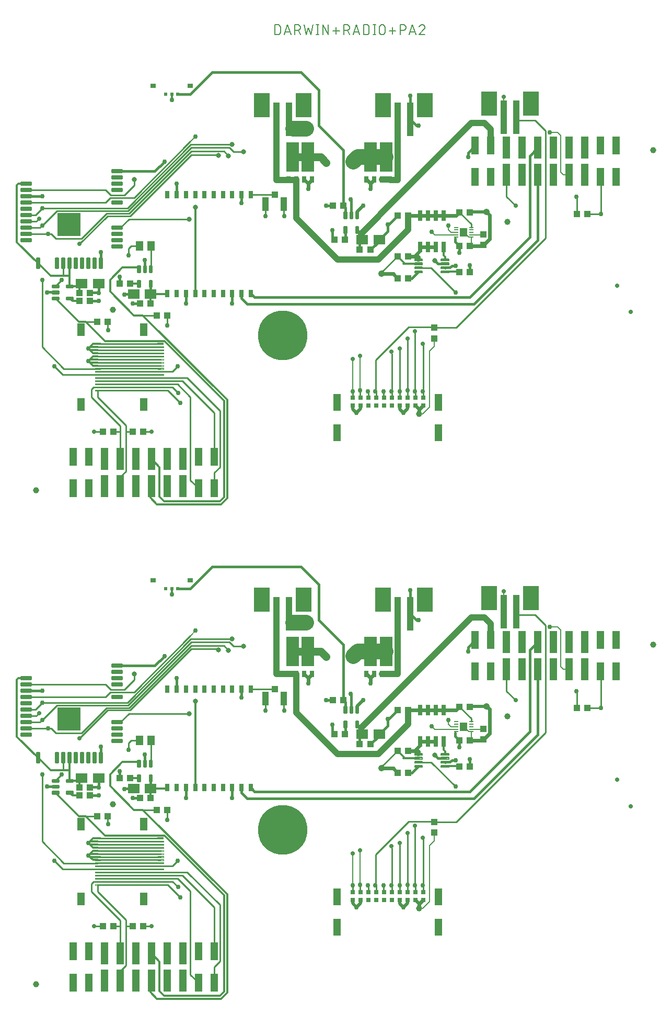
<source format=gbr>
G04 EAGLE Gerber RS-274X export*
G75*
%MOMM*%
%FSLAX34Y34*%
%LPD*%
%INTop Copper*%
%IPPOS*%
%AMOC8*
5,1,8,0,0,1.08239X$1,22.5*%
G01*
%ADD10C,0.152400*%
%ADD11R,1.270000X3.000000*%
%ADD12R,1.270000X3.680000*%
%ADD13C,0.350000*%
%ADD14R,3.700000X3.700000*%
%ADD15R,0.635000X1.270000*%
%ADD16C,0.243678*%
%ADD17R,1.950000X1.500000*%
%ADD18R,1.050000X1.080000*%
%ADD19R,0.720000X1.780000*%
%ADD20R,1.100000X1.000000*%
%ADD21C,0.196759*%
%ADD22R,1.000000X1.100000*%
%ADD23R,0.900000X0.700000*%
%ADD24R,0.600000X0.600000*%
%ADD25R,2.082800X4.851400*%
%ADD26R,0.762000X0.990600*%
%ADD27R,1.000000X5.500000*%
%ADD28R,2.600000X4.000000*%
%ADD29C,0.120000*%
%ADD30R,1.000000X0.300000*%
%ADD31R,1.300000X2.000000*%
%ADD32R,0.800000X0.800000*%
%ADD33R,1.200000X2.700000*%
%ADD34R,0.650000X0.200000*%
%ADD35R,1.300000X1.400000*%
%ADD36R,1.050000X2.200000*%
%ADD37R,1.050000X1.000000*%
%ADD38R,1.300000X1.500000*%
%ADD39C,1.000000*%
%ADD40C,0.756400*%
%ADD41C,0.254000*%
%ADD42C,0.706400*%
%ADD43C,0.200000*%
%ADD44C,0.406400*%
%ADD45C,0.806400*%
%ADD46C,0.304800*%
%ADD47C,1.016000*%
%ADD48C,1.006400*%
%ADD49C,0.609600*%
%ADD50C,0.508000*%
%ADD51C,0.203200*%
%ADD52C,0.856400*%
%ADD53C,2.540000*%
%ADD54C,1.056400*%
%ADD55C,1.270000*%
%ADD56C,8.000000*%


D10*
X538511Y1671872D02*
X538511Y1688128D01*
X543026Y1688128D01*
X543157Y1688126D01*
X543289Y1688120D01*
X543420Y1688111D01*
X543550Y1688097D01*
X543681Y1688080D01*
X543810Y1688059D01*
X543939Y1688035D01*
X544067Y1688006D01*
X544195Y1687974D01*
X544321Y1687938D01*
X544446Y1687899D01*
X544571Y1687856D01*
X544693Y1687809D01*
X544815Y1687759D01*
X544935Y1687705D01*
X545053Y1687648D01*
X545169Y1687587D01*
X545284Y1687523D01*
X545397Y1687456D01*
X545508Y1687385D01*
X545616Y1687311D01*
X545723Y1687234D01*
X545827Y1687154D01*
X545929Y1687071D01*
X546028Y1686986D01*
X546125Y1686897D01*
X546219Y1686805D01*
X546311Y1686711D01*
X546400Y1686614D01*
X546485Y1686515D01*
X546568Y1686413D01*
X546648Y1686309D01*
X546725Y1686202D01*
X546799Y1686094D01*
X546870Y1685983D01*
X546937Y1685870D01*
X547001Y1685755D01*
X547062Y1685639D01*
X547119Y1685521D01*
X547173Y1685401D01*
X547223Y1685279D01*
X547270Y1685157D01*
X547313Y1685032D01*
X547352Y1684907D01*
X547388Y1684781D01*
X547420Y1684653D01*
X547449Y1684525D01*
X547473Y1684396D01*
X547494Y1684267D01*
X547511Y1684136D01*
X547525Y1684006D01*
X547534Y1683875D01*
X547540Y1683743D01*
X547542Y1683612D01*
X547542Y1676388D01*
X547540Y1676257D01*
X547534Y1676125D01*
X547525Y1675994D01*
X547511Y1675864D01*
X547494Y1675733D01*
X547473Y1675604D01*
X547449Y1675475D01*
X547420Y1675347D01*
X547388Y1675219D01*
X547352Y1675093D01*
X547313Y1674968D01*
X547270Y1674843D01*
X547223Y1674721D01*
X547173Y1674599D01*
X547119Y1674479D01*
X547062Y1674361D01*
X547001Y1674245D01*
X546937Y1674130D01*
X546870Y1674017D01*
X546799Y1673906D01*
X546725Y1673798D01*
X546648Y1673691D01*
X546568Y1673587D01*
X546485Y1673485D01*
X546400Y1673386D01*
X546311Y1673289D01*
X546219Y1673195D01*
X546125Y1673103D01*
X546028Y1673014D01*
X545929Y1672929D01*
X545827Y1672846D01*
X545723Y1672766D01*
X545616Y1672689D01*
X545508Y1672615D01*
X545397Y1672544D01*
X545284Y1672477D01*
X545169Y1672413D01*
X545053Y1672352D01*
X544935Y1672295D01*
X544815Y1672241D01*
X544693Y1672191D01*
X544571Y1672144D01*
X544446Y1672101D01*
X544321Y1672062D01*
X544195Y1672026D01*
X544067Y1671994D01*
X543939Y1671965D01*
X543810Y1671941D01*
X543680Y1671920D01*
X543550Y1671903D01*
X543420Y1671889D01*
X543289Y1671880D01*
X543157Y1671874D01*
X543026Y1671872D01*
X538511Y1671872D01*
X553760Y1671872D02*
X559179Y1688128D01*
X564597Y1671872D01*
X563243Y1675936D02*
X555115Y1675936D01*
X570907Y1671872D02*
X570907Y1688128D01*
X575422Y1688128D01*
X575555Y1688126D01*
X575687Y1688120D01*
X575819Y1688110D01*
X575951Y1688097D01*
X576083Y1688079D01*
X576213Y1688058D01*
X576344Y1688033D01*
X576473Y1688004D01*
X576601Y1687971D01*
X576729Y1687935D01*
X576855Y1687895D01*
X576980Y1687851D01*
X577104Y1687803D01*
X577226Y1687752D01*
X577347Y1687697D01*
X577466Y1687639D01*
X577584Y1687577D01*
X577699Y1687512D01*
X577813Y1687443D01*
X577924Y1687372D01*
X578033Y1687296D01*
X578140Y1687218D01*
X578245Y1687137D01*
X578347Y1687052D01*
X578447Y1686965D01*
X578544Y1686875D01*
X578639Y1686782D01*
X578730Y1686686D01*
X578819Y1686588D01*
X578905Y1686487D01*
X578988Y1686383D01*
X579068Y1686277D01*
X579144Y1686169D01*
X579218Y1686059D01*
X579288Y1685946D01*
X579355Y1685832D01*
X579418Y1685715D01*
X579478Y1685597D01*
X579535Y1685477D01*
X579588Y1685355D01*
X579637Y1685232D01*
X579683Y1685108D01*
X579725Y1684982D01*
X579763Y1684855D01*
X579798Y1684727D01*
X579829Y1684598D01*
X579856Y1684469D01*
X579879Y1684338D01*
X579899Y1684207D01*
X579914Y1684075D01*
X579926Y1683943D01*
X579934Y1683811D01*
X579938Y1683678D01*
X579938Y1683546D01*
X579934Y1683413D01*
X579926Y1683281D01*
X579914Y1683149D01*
X579899Y1683017D01*
X579879Y1682886D01*
X579856Y1682755D01*
X579829Y1682626D01*
X579798Y1682497D01*
X579763Y1682369D01*
X579725Y1682242D01*
X579683Y1682116D01*
X579637Y1681992D01*
X579588Y1681869D01*
X579535Y1681747D01*
X579478Y1681627D01*
X579418Y1681509D01*
X579355Y1681392D01*
X579288Y1681278D01*
X579218Y1681165D01*
X579144Y1681055D01*
X579068Y1680947D01*
X578988Y1680841D01*
X578905Y1680737D01*
X578819Y1680636D01*
X578730Y1680538D01*
X578639Y1680442D01*
X578544Y1680349D01*
X578447Y1680259D01*
X578347Y1680172D01*
X578245Y1680087D01*
X578140Y1680006D01*
X578033Y1679928D01*
X577924Y1679852D01*
X577813Y1679781D01*
X577699Y1679712D01*
X577584Y1679647D01*
X577466Y1679585D01*
X577347Y1679527D01*
X577226Y1679472D01*
X577104Y1679421D01*
X576980Y1679373D01*
X576855Y1679329D01*
X576729Y1679289D01*
X576601Y1679253D01*
X576473Y1679220D01*
X576344Y1679191D01*
X576213Y1679166D01*
X576083Y1679145D01*
X575951Y1679127D01*
X575819Y1679114D01*
X575687Y1679104D01*
X575555Y1679098D01*
X575422Y1679096D01*
X575422Y1679097D02*
X570907Y1679097D01*
X576326Y1679097D02*
X579938Y1671872D01*
X589434Y1671872D02*
X585821Y1688128D01*
X593046Y1682709D02*
X589434Y1671872D01*
X596659Y1671872D02*
X593046Y1682709D01*
X600271Y1688128D02*
X596659Y1671872D01*
X607635Y1671872D02*
X607635Y1688128D01*
X605829Y1671872D02*
X609442Y1671872D01*
X609442Y1688128D02*
X605829Y1688128D01*
X616146Y1688128D02*
X616146Y1671872D01*
X625177Y1671872D02*
X616146Y1688128D01*
X625177Y1688128D02*
X625177Y1671872D01*
X632437Y1678194D02*
X643274Y1678194D01*
X637856Y1672775D02*
X637856Y1683612D01*
X650626Y1688128D02*
X650626Y1671872D01*
X650626Y1688128D02*
X655142Y1688128D01*
X655275Y1688126D01*
X655407Y1688120D01*
X655539Y1688110D01*
X655671Y1688097D01*
X655803Y1688079D01*
X655933Y1688058D01*
X656064Y1688033D01*
X656193Y1688004D01*
X656321Y1687971D01*
X656449Y1687935D01*
X656575Y1687895D01*
X656700Y1687851D01*
X656824Y1687803D01*
X656946Y1687752D01*
X657067Y1687697D01*
X657186Y1687639D01*
X657304Y1687577D01*
X657419Y1687512D01*
X657533Y1687443D01*
X657644Y1687372D01*
X657753Y1687296D01*
X657860Y1687218D01*
X657965Y1687137D01*
X658067Y1687052D01*
X658167Y1686965D01*
X658264Y1686875D01*
X658359Y1686782D01*
X658450Y1686686D01*
X658539Y1686588D01*
X658625Y1686487D01*
X658708Y1686383D01*
X658788Y1686277D01*
X658864Y1686169D01*
X658938Y1686059D01*
X659008Y1685946D01*
X659075Y1685832D01*
X659138Y1685715D01*
X659198Y1685597D01*
X659255Y1685477D01*
X659308Y1685355D01*
X659357Y1685232D01*
X659403Y1685108D01*
X659445Y1684982D01*
X659483Y1684855D01*
X659518Y1684727D01*
X659549Y1684598D01*
X659576Y1684469D01*
X659599Y1684338D01*
X659619Y1684207D01*
X659634Y1684075D01*
X659646Y1683943D01*
X659654Y1683811D01*
X659658Y1683678D01*
X659658Y1683546D01*
X659654Y1683413D01*
X659646Y1683281D01*
X659634Y1683149D01*
X659619Y1683017D01*
X659599Y1682886D01*
X659576Y1682755D01*
X659549Y1682626D01*
X659518Y1682497D01*
X659483Y1682369D01*
X659445Y1682242D01*
X659403Y1682116D01*
X659357Y1681992D01*
X659308Y1681869D01*
X659255Y1681747D01*
X659198Y1681627D01*
X659138Y1681509D01*
X659075Y1681392D01*
X659008Y1681278D01*
X658938Y1681165D01*
X658864Y1681055D01*
X658788Y1680947D01*
X658708Y1680841D01*
X658625Y1680737D01*
X658539Y1680636D01*
X658450Y1680538D01*
X658359Y1680442D01*
X658264Y1680349D01*
X658167Y1680259D01*
X658067Y1680172D01*
X657965Y1680087D01*
X657860Y1680006D01*
X657753Y1679928D01*
X657644Y1679852D01*
X657533Y1679781D01*
X657419Y1679712D01*
X657304Y1679647D01*
X657186Y1679585D01*
X657067Y1679527D01*
X656946Y1679472D01*
X656824Y1679421D01*
X656700Y1679373D01*
X656575Y1679329D01*
X656449Y1679289D01*
X656321Y1679253D01*
X656193Y1679220D01*
X656064Y1679191D01*
X655933Y1679166D01*
X655803Y1679145D01*
X655671Y1679127D01*
X655539Y1679114D01*
X655407Y1679104D01*
X655275Y1679098D01*
X655142Y1679096D01*
X655142Y1679097D02*
X650626Y1679097D01*
X656045Y1679097D02*
X659657Y1671872D01*
X665263Y1671872D02*
X670681Y1688128D01*
X676100Y1671872D01*
X674745Y1675936D02*
X666617Y1675936D01*
X682318Y1671872D02*
X682318Y1688128D01*
X686834Y1688128D01*
X686965Y1688126D01*
X687097Y1688120D01*
X687228Y1688111D01*
X687358Y1688097D01*
X687489Y1688080D01*
X687618Y1688059D01*
X687747Y1688035D01*
X687875Y1688006D01*
X688003Y1687974D01*
X688129Y1687938D01*
X688254Y1687899D01*
X688379Y1687856D01*
X688501Y1687809D01*
X688623Y1687759D01*
X688743Y1687705D01*
X688861Y1687648D01*
X688977Y1687587D01*
X689092Y1687523D01*
X689205Y1687456D01*
X689316Y1687385D01*
X689424Y1687311D01*
X689531Y1687234D01*
X689635Y1687154D01*
X689737Y1687071D01*
X689836Y1686986D01*
X689933Y1686897D01*
X690027Y1686805D01*
X690119Y1686711D01*
X690208Y1686614D01*
X690293Y1686515D01*
X690376Y1686413D01*
X690456Y1686309D01*
X690533Y1686202D01*
X690607Y1686094D01*
X690678Y1685983D01*
X690745Y1685870D01*
X690809Y1685755D01*
X690870Y1685639D01*
X690927Y1685521D01*
X690981Y1685401D01*
X691031Y1685279D01*
X691078Y1685157D01*
X691121Y1685032D01*
X691160Y1684907D01*
X691196Y1684781D01*
X691228Y1684653D01*
X691257Y1684525D01*
X691281Y1684396D01*
X691302Y1684267D01*
X691319Y1684136D01*
X691333Y1684006D01*
X691342Y1683875D01*
X691348Y1683743D01*
X691350Y1683612D01*
X691349Y1683612D02*
X691349Y1676388D01*
X691350Y1676388D02*
X691348Y1676257D01*
X691342Y1676125D01*
X691333Y1675994D01*
X691319Y1675864D01*
X691302Y1675733D01*
X691281Y1675604D01*
X691257Y1675475D01*
X691228Y1675347D01*
X691196Y1675219D01*
X691160Y1675093D01*
X691121Y1674968D01*
X691078Y1674843D01*
X691031Y1674721D01*
X690981Y1674599D01*
X690927Y1674479D01*
X690870Y1674361D01*
X690809Y1674245D01*
X690745Y1674130D01*
X690678Y1674017D01*
X690607Y1673906D01*
X690533Y1673798D01*
X690456Y1673691D01*
X690376Y1673587D01*
X690293Y1673485D01*
X690208Y1673386D01*
X690119Y1673289D01*
X690027Y1673195D01*
X689933Y1673103D01*
X689836Y1673014D01*
X689737Y1672929D01*
X689635Y1672846D01*
X689531Y1672766D01*
X689424Y1672689D01*
X689316Y1672615D01*
X689205Y1672544D01*
X689092Y1672477D01*
X688977Y1672413D01*
X688861Y1672352D01*
X688743Y1672295D01*
X688623Y1672241D01*
X688501Y1672191D01*
X688379Y1672144D01*
X688254Y1672101D01*
X688129Y1672062D01*
X688003Y1672026D01*
X687875Y1671994D01*
X687747Y1671965D01*
X687618Y1671941D01*
X687488Y1671920D01*
X687358Y1671903D01*
X687228Y1671889D01*
X687097Y1671880D01*
X686965Y1671874D01*
X686834Y1671872D01*
X682318Y1671872D01*
X699860Y1671872D02*
X699860Y1688128D01*
X698053Y1671872D02*
X701666Y1671872D01*
X701666Y1688128D02*
X698053Y1688128D01*
X707849Y1683612D02*
X707849Y1676388D01*
X707849Y1683612D02*
X707851Y1683745D01*
X707857Y1683877D01*
X707867Y1684009D01*
X707880Y1684141D01*
X707898Y1684273D01*
X707919Y1684403D01*
X707944Y1684534D01*
X707973Y1684663D01*
X708006Y1684791D01*
X708042Y1684919D01*
X708082Y1685045D01*
X708126Y1685170D01*
X708174Y1685294D01*
X708225Y1685416D01*
X708280Y1685537D01*
X708338Y1685656D01*
X708400Y1685774D01*
X708465Y1685889D01*
X708534Y1686003D01*
X708605Y1686114D01*
X708681Y1686223D01*
X708759Y1686330D01*
X708840Y1686435D01*
X708925Y1686537D01*
X709012Y1686637D01*
X709102Y1686734D01*
X709195Y1686829D01*
X709291Y1686920D01*
X709389Y1687009D01*
X709490Y1687095D01*
X709594Y1687178D01*
X709700Y1687258D01*
X709808Y1687334D01*
X709918Y1687408D01*
X710031Y1687478D01*
X710145Y1687545D01*
X710262Y1687608D01*
X710380Y1687668D01*
X710500Y1687725D01*
X710622Y1687778D01*
X710745Y1687827D01*
X710869Y1687873D01*
X710995Y1687915D01*
X711122Y1687953D01*
X711250Y1687988D01*
X711379Y1688019D01*
X711508Y1688046D01*
X711639Y1688069D01*
X711770Y1688089D01*
X711902Y1688104D01*
X712034Y1688116D01*
X712166Y1688124D01*
X712299Y1688128D01*
X712431Y1688128D01*
X712564Y1688124D01*
X712696Y1688116D01*
X712828Y1688104D01*
X712960Y1688089D01*
X713091Y1688069D01*
X713222Y1688046D01*
X713351Y1688019D01*
X713480Y1687988D01*
X713608Y1687953D01*
X713735Y1687915D01*
X713861Y1687873D01*
X713985Y1687827D01*
X714108Y1687778D01*
X714230Y1687725D01*
X714350Y1687668D01*
X714468Y1687608D01*
X714585Y1687545D01*
X714699Y1687478D01*
X714812Y1687408D01*
X714922Y1687334D01*
X715030Y1687258D01*
X715136Y1687178D01*
X715240Y1687095D01*
X715341Y1687009D01*
X715439Y1686920D01*
X715535Y1686829D01*
X715628Y1686734D01*
X715718Y1686637D01*
X715805Y1686537D01*
X715890Y1686435D01*
X715971Y1686330D01*
X716049Y1686223D01*
X716125Y1686114D01*
X716196Y1686003D01*
X716265Y1685889D01*
X716330Y1685774D01*
X716392Y1685656D01*
X716450Y1685537D01*
X716505Y1685416D01*
X716556Y1685294D01*
X716604Y1685170D01*
X716648Y1685045D01*
X716688Y1684919D01*
X716724Y1684791D01*
X716757Y1684663D01*
X716786Y1684534D01*
X716811Y1684403D01*
X716832Y1684273D01*
X716850Y1684141D01*
X716863Y1684009D01*
X716873Y1683877D01*
X716879Y1683745D01*
X716881Y1683612D01*
X716880Y1683612D02*
X716880Y1676388D01*
X716881Y1676388D02*
X716879Y1676255D01*
X716873Y1676123D01*
X716863Y1675991D01*
X716850Y1675859D01*
X716832Y1675727D01*
X716811Y1675597D01*
X716786Y1675466D01*
X716757Y1675337D01*
X716724Y1675209D01*
X716688Y1675081D01*
X716648Y1674955D01*
X716604Y1674830D01*
X716556Y1674706D01*
X716505Y1674584D01*
X716450Y1674463D01*
X716392Y1674344D01*
X716330Y1674226D01*
X716265Y1674111D01*
X716196Y1673997D01*
X716125Y1673886D01*
X716049Y1673777D01*
X715971Y1673670D01*
X715890Y1673565D01*
X715805Y1673463D01*
X715718Y1673363D01*
X715628Y1673266D01*
X715535Y1673171D01*
X715439Y1673080D01*
X715341Y1672991D01*
X715240Y1672905D01*
X715136Y1672822D01*
X715030Y1672742D01*
X714922Y1672666D01*
X714812Y1672592D01*
X714699Y1672522D01*
X714585Y1672455D01*
X714468Y1672392D01*
X714350Y1672332D01*
X714230Y1672275D01*
X714108Y1672222D01*
X713985Y1672173D01*
X713861Y1672127D01*
X713735Y1672085D01*
X713608Y1672047D01*
X713480Y1672012D01*
X713351Y1671981D01*
X713222Y1671954D01*
X713091Y1671931D01*
X712960Y1671911D01*
X712828Y1671896D01*
X712696Y1671884D01*
X712564Y1671876D01*
X712431Y1671872D01*
X712299Y1671872D01*
X712166Y1671876D01*
X712034Y1671884D01*
X711902Y1671896D01*
X711770Y1671911D01*
X711639Y1671931D01*
X711508Y1671954D01*
X711379Y1671981D01*
X711250Y1672012D01*
X711122Y1672047D01*
X710995Y1672085D01*
X710869Y1672127D01*
X710745Y1672173D01*
X710622Y1672222D01*
X710500Y1672275D01*
X710380Y1672332D01*
X710262Y1672392D01*
X710145Y1672455D01*
X710031Y1672522D01*
X709918Y1672592D01*
X709808Y1672666D01*
X709700Y1672742D01*
X709594Y1672822D01*
X709490Y1672905D01*
X709389Y1672991D01*
X709291Y1673080D01*
X709195Y1673171D01*
X709102Y1673266D01*
X709012Y1673363D01*
X708925Y1673463D01*
X708840Y1673565D01*
X708759Y1673670D01*
X708681Y1673777D01*
X708605Y1673886D01*
X708534Y1673997D01*
X708465Y1674111D01*
X708400Y1674226D01*
X708338Y1674344D01*
X708280Y1674463D01*
X708225Y1674584D01*
X708174Y1674706D01*
X708126Y1674830D01*
X708082Y1674955D01*
X708042Y1675081D01*
X708006Y1675209D01*
X707973Y1675337D01*
X707944Y1675466D01*
X707919Y1675597D01*
X707898Y1675727D01*
X707880Y1675859D01*
X707867Y1675991D01*
X707857Y1676123D01*
X707851Y1676255D01*
X707849Y1676388D01*
X723619Y1678194D02*
X734457Y1678194D01*
X729038Y1683612D02*
X729038Y1672775D01*
X741928Y1671872D02*
X741928Y1688128D01*
X746443Y1688128D01*
X746576Y1688126D01*
X746708Y1688120D01*
X746840Y1688110D01*
X746972Y1688097D01*
X747104Y1688079D01*
X747234Y1688058D01*
X747365Y1688033D01*
X747494Y1688004D01*
X747622Y1687971D01*
X747750Y1687935D01*
X747876Y1687895D01*
X748001Y1687851D01*
X748125Y1687803D01*
X748247Y1687752D01*
X748368Y1687697D01*
X748487Y1687639D01*
X748605Y1687577D01*
X748720Y1687512D01*
X748834Y1687443D01*
X748945Y1687372D01*
X749054Y1687296D01*
X749161Y1687218D01*
X749266Y1687137D01*
X749368Y1687052D01*
X749468Y1686965D01*
X749565Y1686875D01*
X749660Y1686782D01*
X749751Y1686686D01*
X749840Y1686588D01*
X749926Y1686487D01*
X750009Y1686383D01*
X750089Y1686277D01*
X750165Y1686169D01*
X750239Y1686059D01*
X750309Y1685946D01*
X750376Y1685832D01*
X750439Y1685715D01*
X750499Y1685597D01*
X750556Y1685477D01*
X750609Y1685355D01*
X750658Y1685232D01*
X750704Y1685108D01*
X750746Y1684982D01*
X750784Y1684855D01*
X750819Y1684727D01*
X750850Y1684598D01*
X750877Y1684469D01*
X750900Y1684338D01*
X750920Y1684207D01*
X750935Y1684075D01*
X750947Y1683943D01*
X750955Y1683811D01*
X750959Y1683678D01*
X750959Y1683546D01*
X750955Y1683413D01*
X750947Y1683281D01*
X750935Y1683149D01*
X750920Y1683017D01*
X750900Y1682886D01*
X750877Y1682755D01*
X750850Y1682626D01*
X750819Y1682497D01*
X750784Y1682369D01*
X750746Y1682242D01*
X750704Y1682116D01*
X750658Y1681992D01*
X750609Y1681869D01*
X750556Y1681747D01*
X750499Y1681627D01*
X750439Y1681509D01*
X750376Y1681392D01*
X750309Y1681278D01*
X750239Y1681165D01*
X750165Y1681055D01*
X750089Y1680947D01*
X750009Y1680841D01*
X749926Y1680737D01*
X749840Y1680636D01*
X749751Y1680538D01*
X749660Y1680442D01*
X749565Y1680349D01*
X749468Y1680259D01*
X749368Y1680172D01*
X749266Y1680087D01*
X749161Y1680006D01*
X749054Y1679928D01*
X748945Y1679852D01*
X748834Y1679781D01*
X748720Y1679712D01*
X748605Y1679647D01*
X748487Y1679585D01*
X748368Y1679527D01*
X748247Y1679472D01*
X748125Y1679421D01*
X748001Y1679373D01*
X747876Y1679329D01*
X747750Y1679289D01*
X747622Y1679253D01*
X747494Y1679220D01*
X747365Y1679191D01*
X747234Y1679166D01*
X747104Y1679145D01*
X746972Y1679127D01*
X746840Y1679114D01*
X746708Y1679104D01*
X746576Y1679098D01*
X746443Y1679096D01*
X746443Y1679097D02*
X741928Y1679097D01*
X755924Y1671872D02*
X761343Y1688128D01*
X766761Y1671872D01*
X765407Y1675936D02*
X757279Y1675936D01*
X777425Y1688128D02*
X777550Y1688126D01*
X777675Y1688120D01*
X777800Y1688111D01*
X777924Y1688097D01*
X778048Y1688080D01*
X778172Y1688059D01*
X778294Y1688034D01*
X778416Y1688005D01*
X778537Y1687973D01*
X778657Y1687937D01*
X778776Y1687897D01*
X778893Y1687854D01*
X779009Y1687807D01*
X779124Y1687756D01*
X779236Y1687702D01*
X779348Y1687644D01*
X779457Y1687584D01*
X779564Y1687519D01*
X779670Y1687452D01*
X779773Y1687381D01*
X779874Y1687307D01*
X779973Y1687230D01*
X780069Y1687150D01*
X780163Y1687067D01*
X780254Y1686982D01*
X780343Y1686893D01*
X780428Y1686802D01*
X780511Y1686708D01*
X780591Y1686612D01*
X780668Y1686513D01*
X780742Y1686412D01*
X780813Y1686309D01*
X780880Y1686203D01*
X780945Y1686096D01*
X781005Y1685987D01*
X781063Y1685875D01*
X781117Y1685763D01*
X781168Y1685648D01*
X781215Y1685532D01*
X781258Y1685415D01*
X781298Y1685296D01*
X781334Y1685176D01*
X781366Y1685055D01*
X781395Y1684933D01*
X781420Y1684811D01*
X781441Y1684687D01*
X781458Y1684563D01*
X781472Y1684439D01*
X781481Y1684314D01*
X781487Y1684189D01*
X781489Y1684064D01*
X777425Y1688128D02*
X777282Y1688126D01*
X777140Y1688120D01*
X776997Y1688110D01*
X776855Y1688097D01*
X776714Y1688079D01*
X776572Y1688058D01*
X776432Y1688033D01*
X776292Y1688004D01*
X776153Y1687971D01*
X776015Y1687934D01*
X775878Y1687894D01*
X775743Y1687850D01*
X775608Y1687802D01*
X775475Y1687750D01*
X775343Y1687695D01*
X775213Y1687636D01*
X775085Y1687574D01*
X774958Y1687508D01*
X774833Y1687439D01*
X774710Y1687367D01*
X774590Y1687291D01*
X774471Y1687212D01*
X774354Y1687129D01*
X774240Y1687044D01*
X774128Y1686955D01*
X774019Y1686864D01*
X773912Y1686769D01*
X773807Y1686672D01*
X773706Y1686571D01*
X773607Y1686468D01*
X773511Y1686363D01*
X773418Y1686254D01*
X773328Y1686143D01*
X773241Y1686030D01*
X773157Y1685915D01*
X773077Y1685797D01*
X772999Y1685677D01*
X772925Y1685555D01*
X772855Y1685431D01*
X772787Y1685305D01*
X772724Y1685177D01*
X772663Y1685048D01*
X772606Y1684917D01*
X772553Y1684785D01*
X772504Y1684651D01*
X772458Y1684516D01*
X780134Y1680903D02*
X780228Y1680995D01*
X780318Y1681089D01*
X780406Y1681186D01*
X780491Y1681286D01*
X780573Y1681388D01*
X780652Y1681493D01*
X780727Y1681600D01*
X780799Y1681709D01*
X780868Y1681820D01*
X780934Y1681934D01*
X780996Y1682049D01*
X781055Y1682166D01*
X781110Y1682285D01*
X781161Y1682405D01*
X781209Y1682527D01*
X781254Y1682650D01*
X781294Y1682774D01*
X781331Y1682900D01*
X781364Y1683027D01*
X781393Y1683154D01*
X781419Y1683283D01*
X781440Y1683412D01*
X781458Y1683542D01*
X781471Y1683672D01*
X781481Y1683802D01*
X781487Y1683933D01*
X781489Y1684064D01*
X780135Y1680903D02*
X772458Y1671872D01*
X781489Y1671872D01*
D11*
X862900Y641600D03*
X888300Y641600D03*
D12*
X913700Y645000D03*
X939100Y645000D03*
X964500Y645000D03*
X989900Y645000D03*
X1015300Y645000D03*
X1040700Y645000D03*
D11*
X1066100Y641600D03*
X1091500Y641600D03*
X1091500Y692400D03*
X1066100Y692400D03*
D12*
X1040700Y689000D03*
X1015300Y689000D03*
X989900Y689000D03*
X964500Y689000D03*
X939100Y689000D03*
X913700Y689000D03*
D11*
X888300Y692400D03*
X862900Y692400D03*
X440100Y188400D03*
X414700Y188400D03*
D12*
X389300Y185000D03*
X363900Y185000D03*
X338500Y185000D03*
X313100Y185000D03*
X287700Y185000D03*
X262300Y185000D03*
D11*
X236900Y188400D03*
X211500Y188400D03*
X211500Y137600D03*
X236900Y137600D03*
D12*
X262300Y141000D03*
X287700Y141000D03*
X313100Y141000D03*
X338500Y141000D03*
X363900Y141000D03*
X389300Y141000D03*
D11*
X414700Y137600D03*
X440100Y137600D03*
D13*
X290836Y527046D02*
X275336Y527046D01*
X275336Y530546D01*
X290836Y530546D01*
X290836Y527046D01*
X290836Y530371D02*
X275336Y530371D01*
X143536Y537206D02*
X128036Y537206D01*
X128036Y540706D01*
X143536Y540706D01*
X143536Y537206D01*
X143536Y540531D02*
X128036Y540531D01*
X128036Y547366D02*
X143536Y547366D01*
X128036Y547366D02*
X128036Y550866D01*
X143536Y550866D01*
X143536Y547366D01*
X143536Y550691D02*
X128036Y550691D01*
X128036Y557526D02*
X143536Y557526D01*
X128036Y557526D02*
X128036Y561026D01*
X143536Y561026D01*
X143536Y557526D01*
X143536Y560851D02*
X128036Y560851D01*
X128036Y567686D02*
X143536Y567686D01*
X128036Y567686D02*
X128036Y571186D01*
X143536Y571186D01*
X143536Y567686D01*
X143536Y571011D02*
X128036Y571011D01*
X128036Y577846D02*
X143536Y577846D01*
X128036Y577846D02*
X128036Y581346D01*
X143536Y581346D01*
X143536Y577846D01*
X143536Y581171D02*
X128036Y581171D01*
X128036Y588006D02*
X143536Y588006D01*
X128036Y588006D02*
X128036Y591506D01*
X143536Y591506D01*
X143536Y588006D01*
X143536Y591331D02*
X128036Y591331D01*
X128036Y598166D02*
X143536Y598166D01*
X128036Y598166D02*
X128036Y601666D01*
X143536Y601666D01*
X143536Y598166D01*
X143536Y601491D02*
X128036Y601491D01*
X128036Y608326D02*
X143536Y608326D01*
X128036Y608326D02*
X128036Y611826D01*
X143536Y611826D01*
X143536Y608326D01*
X143536Y611651D02*
X128036Y611651D01*
X128036Y618486D02*
X143536Y618486D01*
X128036Y618486D02*
X128036Y621986D01*
X143536Y621986D01*
X143536Y618486D01*
X143536Y621811D02*
X128036Y621811D01*
X128036Y628646D02*
X143536Y628646D01*
X128036Y628646D02*
X128036Y632146D01*
X143536Y632146D01*
X143536Y628646D01*
X143536Y631971D02*
X128036Y631971D01*
X275336Y537206D02*
X290836Y537206D01*
X275336Y537206D02*
X275336Y540706D01*
X290836Y540706D01*
X290836Y537206D01*
X290836Y540531D02*
X275336Y540531D01*
X275336Y547366D02*
X290836Y547366D01*
X275336Y547366D02*
X275336Y550866D01*
X290836Y550866D01*
X290836Y547366D01*
X290836Y550691D02*
X275336Y550691D01*
X275336Y557526D02*
X290836Y557526D01*
X275336Y557526D02*
X275336Y561026D01*
X290836Y561026D01*
X290836Y557526D01*
X290836Y560851D02*
X275336Y560851D01*
X275336Y598166D02*
X290836Y598166D01*
X275336Y598166D02*
X275336Y601666D01*
X290836Y601666D01*
X290836Y598166D01*
X290836Y601491D02*
X275336Y601491D01*
X275336Y618486D02*
X290836Y618486D01*
X275336Y618486D02*
X275336Y621986D01*
X290836Y621986D01*
X290836Y618486D01*
X290836Y621811D02*
X275336Y621811D01*
X275336Y628646D02*
X290836Y628646D01*
X275336Y628646D02*
X275336Y632146D01*
X290836Y632146D01*
X290836Y628646D01*
X290836Y631971D02*
X275336Y631971D01*
X275336Y638806D02*
X290836Y638806D01*
X275336Y638806D02*
X275336Y642306D01*
X290836Y642306D01*
X290836Y638806D01*
X290836Y642131D02*
X275336Y642131D01*
X275336Y648966D02*
X290836Y648966D01*
X275336Y648966D02*
X275336Y652466D01*
X290836Y652466D01*
X290836Y648966D01*
X290836Y652291D02*
X275336Y652291D01*
X156536Y509846D02*
X156536Y494346D01*
X153036Y494346D01*
X153036Y509846D01*
X156536Y509846D01*
X156536Y497671D02*
X153036Y497671D01*
X153036Y500996D02*
X156536Y500996D01*
X156536Y504321D02*
X153036Y504321D01*
X153036Y507646D02*
X156536Y507646D01*
X187016Y509846D02*
X187016Y494346D01*
X183516Y494346D01*
X183516Y509846D01*
X187016Y509846D01*
X187016Y497671D02*
X183516Y497671D01*
X183516Y500996D02*
X187016Y500996D01*
X187016Y504321D02*
X183516Y504321D01*
X183516Y507646D02*
X187016Y507646D01*
X197176Y509846D02*
X197176Y494346D01*
X193676Y494346D01*
X193676Y509846D01*
X197176Y509846D01*
X197176Y497671D02*
X193676Y497671D01*
X193676Y500996D02*
X197176Y500996D01*
X197176Y504321D02*
X193676Y504321D01*
X193676Y507646D02*
X197176Y507646D01*
X207336Y509846D02*
X207336Y494346D01*
X203836Y494346D01*
X203836Y509846D01*
X207336Y509846D01*
X207336Y497671D02*
X203836Y497671D01*
X203836Y500996D02*
X207336Y500996D01*
X207336Y504321D02*
X203836Y504321D01*
X203836Y507646D02*
X207336Y507646D01*
X217496Y509846D02*
X217496Y494346D01*
X213996Y494346D01*
X213996Y509846D01*
X217496Y509846D01*
X217496Y497671D02*
X213996Y497671D01*
X213996Y500996D02*
X217496Y500996D01*
X217496Y504321D02*
X213996Y504321D01*
X213996Y507646D02*
X217496Y507646D01*
X227656Y509846D02*
X227656Y494346D01*
X224156Y494346D01*
X224156Y509846D01*
X227656Y509846D01*
X227656Y497671D02*
X224156Y497671D01*
X224156Y500996D02*
X227656Y500996D01*
X227656Y504321D02*
X224156Y504321D01*
X224156Y507646D02*
X227656Y507646D01*
X237816Y509846D02*
X237816Y494346D01*
X234316Y494346D01*
X234316Y509846D01*
X237816Y509846D01*
X237816Y497671D02*
X234316Y497671D01*
X234316Y500996D02*
X237816Y500996D01*
X237816Y504321D02*
X234316Y504321D01*
X234316Y507646D02*
X237816Y507646D01*
X247976Y509846D02*
X247976Y494346D01*
X244476Y494346D01*
X244476Y509846D01*
X247976Y509846D01*
X247976Y497671D02*
X244476Y497671D01*
X244476Y500996D02*
X247976Y500996D01*
X247976Y504321D02*
X244476Y504321D01*
X244476Y507646D02*
X247976Y507646D01*
X258136Y509846D02*
X258136Y494346D01*
X254636Y494346D01*
X254636Y509846D01*
X258136Y509846D01*
X258136Y497671D02*
X254636Y497671D01*
X254636Y500996D02*
X258136Y500996D01*
X258136Y504321D02*
X254636Y504321D01*
X254636Y507646D02*
X258136Y507646D01*
D14*
X204586Y564796D03*
D15*
X364512Y453260D03*
X379512Y453260D03*
X394512Y453260D03*
X409512Y453260D03*
X424512Y453260D03*
X439512Y453260D03*
X454512Y453260D03*
X469512Y453260D03*
X484512Y453260D03*
X499512Y453260D03*
X499512Y613260D03*
X484512Y613260D03*
X469512Y613260D03*
X454512Y613260D03*
X439512Y613260D03*
X424512Y613260D03*
X409512Y613260D03*
X394512Y613260D03*
X379512Y613260D03*
X364512Y613260D03*
D16*
X335256Y497577D02*
X335256Y487395D01*
X335256Y497577D02*
X338912Y497577D01*
X338912Y487395D01*
X335256Y487395D01*
X335256Y489710D02*
X338912Y489710D01*
X338912Y492025D02*
X335256Y492025D01*
X335256Y494340D02*
X338912Y494340D01*
X338912Y496655D02*
X335256Y496655D01*
X325756Y497577D02*
X325756Y487395D01*
X325756Y497577D02*
X329412Y497577D01*
X329412Y487395D01*
X325756Y487395D01*
X325756Y489710D02*
X329412Y489710D01*
X329412Y492025D02*
X325756Y492025D01*
X325756Y494340D02*
X329412Y494340D01*
X329412Y496655D02*
X325756Y496655D01*
X316256Y497577D02*
X316256Y487395D01*
X316256Y497577D02*
X319912Y497577D01*
X319912Y487395D01*
X316256Y487395D01*
X316256Y489710D02*
X319912Y489710D01*
X319912Y492025D02*
X316256Y492025D01*
X316256Y494340D02*
X319912Y494340D01*
X319912Y496655D02*
X316256Y496655D01*
X316256Y474077D02*
X316256Y463895D01*
X316256Y474077D02*
X319912Y474077D01*
X319912Y463895D01*
X316256Y463895D01*
X316256Y466210D02*
X319912Y466210D01*
X319912Y468525D02*
X316256Y468525D01*
X316256Y470840D02*
X319912Y470840D01*
X319912Y473155D02*
X316256Y473155D01*
X335256Y474077D02*
X335256Y463895D01*
X335256Y474077D02*
X338912Y474077D01*
X338912Y463895D01*
X335256Y463895D01*
X335256Y466210D02*
X338912Y466210D01*
X338912Y468525D02*
X335256Y468525D01*
X335256Y470840D02*
X338912Y470840D01*
X338912Y473155D02*
X335256Y473155D01*
X187777Y462768D02*
X177595Y462768D01*
X177595Y466424D01*
X187777Y466424D01*
X187777Y462768D01*
X187777Y465083D02*
X177595Y465083D01*
X177595Y453268D02*
X187777Y453268D01*
X177595Y453268D02*
X177595Y456924D01*
X187777Y456924D01*
X187777Y453268D01*
X187777Y455583D02*
X177595Y455583D01*
X177595Y443768D02*
X187777Y443768D01*
X177595Y443768D02*
X177595Y447424D01*
X187777Y447424D01*
X187777Y443768D01*
X187777Y446083D02*
X177595Y446083D01*
X201095Y443768D02*
X211277Y443768D01*
X201095Y443768D02*
X201095Y447424D01*
X211277Y447424D01*
X211277Y443768D01*
X211277Y446083D02*
X201095Y446083D01*
X201095Y462768D02*
X211277Y462768D01*
X201095Y462768D02*
X201095Y466424D01*
X211277Y466424D01*
X211277Y462768D01*
X211277Y465083D02*
X201095Y465083D01*
D17*
X225686Y469096D03*
X253186Y469096D03*
X337334Y451736D03*
X309834Y451736D03*
D18*
X221686Y441096D03*
X239186Y441096D03*
X304334Y468736D03*
X286834Y468736D03*
X221686Y454096D03*
X239186Y454096D03*
X337334Y436736D03*
X319834Y436736D03*
D19*
X773750Y528348D03*
X773750Y579212D03*
X786450Y528348D03*
X799150Y528348D03*
X786450Y579212D03*
X799150Y579212D03*
X811850Y528348D03*
X811850Y579212D03*
D20*
X737310Y477580D03*
X754310Y477580D03*
X737310Y513140D03*
X754310Y513140D03*
D21*
X765225Y506175D02*
X777375Y506175D01*
X765225Y506175D02*
X765225Y509125D01*
X777375Y509125D01*
X777375Y506175D01*
X777375Y508045D02*
X765225Y508045D01*
X765225Y499675D02*
X777375Y499675D01*
X765225Y499675D02*
X765225Y502625D01*
X777375Y502625D01*
X777375Y499675D01*
X777375Y501545D02*
X765225Y501545D01*
X765225Y493175D02*
X777375Y493175D01*
X765225Y493175D02*
X765225Y496125D01*
X777375Y496125D01*
X777375Y493175D01*
X777375Y495045D02*
X765225Y495045D01*
X765225Y486675D02*
X777375Y486675D01*
X765225Y486675D02*
X765225Y489625D01*
X777375Y489625D01*
X777375Y486675D01*
X777375Y488545D02*
X765225Y488545D01*
X808225Y486675D02*
X820375Y486675D01*
X808225Y486675D02*
X808225Y489625D01*
X820375Y489625D01*
X820375Y486675D01*
X820375Y488545D02*
X808225Y488545D01*
X808225Y493175D02*
X820375Y493175D01*
X808225Y493175D02*
X808225Y496125D01*
X820375Y496125D01*
X820375Y493175D01*
X820375Y495045D02*
X808225Y495045D01*
X808225Y499675D02*
X820375Y499675D01*
X808225Y499675D02*
X808225Y502625D01*
X820375Y502625D01*
X820375Y499675D01*
X820375Y501545D02*
X808225Y501545D01*
X808225Y506175D02*
X820375Y506175D01*
X808225Y506175D02*
X808225Y509125D01*
X820375Y509125D01*
X820375Y506175D01*
X820375Y508045D02*
X808225Y508045D01*
D20*
X837640Y487740D03*
X854640Y487740D03*
X754310Y579180D03*
X737310Y579180D03*
X837640Y584260D03*
X854640Y584260D03*
X854640Y529650D03*
X837640Y529650D03*
D22*
X876620Y548310D03*
X876620Y531310D03*
D16*
X669692Y574667D02*
X669692Y584849D01*
X673348Y584849D01*
X673348Y574667D01*
X669692Y574667D01*
X669692Y576982D02*
X673348Y576982D01*
X673348Y579297D02*
X669692Y579297D01*
X669692Y581612D02*
X673348Y581612D01*
X673348Y583927D02*
X669692Y583927D01*
X660192Y584849D02*
X660192Y574667D01*
X660192Y584849D02*
X663848Y584849D01*
X663848Y574667D01*
X660192Y574667D01*
X660192Y576982D02*
X663848Y576982D01*
X663848Y579297D02*
X660192Y579297D01*
X660192Y581612D02*
X663848Y581612D01*
X663848Y583927D02*
X660192Y583927D01*
X650692Y584849D02*
X650692Y574667D01*
X650692Y584849D02*
X654348Y584849D01*
X654348Y574667D01*
X650692Y574667D01*
X650692Y576982D02*
X654348Y576982D01*
X654348Y579297D02*
X650692Y579297D01*
X650692Y581612D02*
X654348Y581612D01*
X654348Y583927D02*
X650692Y583927D01*
X650692Y561349D02*
X650692Y551167D01*
X650692Y561349D02*
X654348Y561349D01*
X654348Y551167D01*
X650692Y551167D01*
X650692Y553482D02*
X654348Y553482D01*
X654348Y555797D02*
X650692Y555797D01*
X650692Y558112D02*
X654348Y558112D01*
X654348Y560427D02*
X650692Y560427D01*
X669692Y561349D02*
X669692Y551167D01*
X669692Y561349D02*
X673348Y561349D01*
X673348Y551167D01*
X669692Y551167D01*
X669692Y553482D02*
X673348Y553482D01*
X673348Y555797D02*
X669692Y555797D01*
X669692Y558112D02*
X673348Y558112D01*
X673348Y560427D02*
X669692Y560427D01*
D17*
X680094Y539984D03*
X707594Y539984D03*
D18*
X652346Y540364D03*
X634846Y540364D03*
X676078Y523636D03*
X693578Y523636D03*
D23*
X401436Y789176D03*
X341436Y789176D03*
D24*
X371436Y775626D03*
X381436Y775626D03*
X361436Y775626D03*
D20*
X632560Y594816D03*
X649560Y594816D03*
D25*
X567298Y673833D03*
X592190Y673833D03*
D26*
X573394Y637257D03*
X560694Y637257D03*
X586094Y637257D03*
X598794Y637257D03*
D25*
X693686Y673833D03*
X718578Y673833D03*
D26*
X699782Y637257D03*
X687082Y637257D03*
X712482Y637257D03*
X725182Y637257D03*
D27*
X757760Y735000D03*
X737760Y735000D03*
D28*
X781760Y757500D03*
X713760Y757500D03*
D27*
X561500Y735000D03*
X541500Y735000D03*
D28*
X585500Y757500D03*
X517500Y757500D03*
D29*
X246916Y337352D02*
X246916Y335552D01*
X246916Y337352D02*
X255716Y337352D01*
X255716Y335552D01*
X246916Y335552D01*
X246916Y336692D02*
X255716Y336692D01*
X246916Y332352D02*
X246916Y330552D01*
X246916Y332352D02*
X255716Y332352D01*
X255716Y330552D01*
X246916Y330552D01*
X246916Y331692D02*
X255716Y331692D01*
X246916Y340552D02*
X246916Y342352D01*
X255716Y342352D01*
X255716Y340552D01*
X246916Y340552D01*
X246916Y341692D02*
X255716Y341692D01*
X246916Y345552D02*
X246916Y347352D01*
X255716Y347352D01*
X255716Y345552D01*
X246916Y345552D01*
X246916Y346692D02*
X255716Y346692D01*
X246916Y350552D02*
X246916Y352352D01*
X255716Y352352D01*
X255716Y350552D01*
X246916Y350552D01*
X246916Y351692D02*
X255716Y351692D01*
X246916Y355552D02*
X246916Y357352D01*
X255716Y357352D01*
X255716Y355552D01*
X246916Y355552D01*
X246916Y356692D02*
X255716Y356692D01*
X246916Y360552D02*
X246916Y362352D01*
X255716Y362352D01*
X255716Y360552D01*
X246916Y360552D01*
X246916Y361692D02*
X255716Y361692D01*
X246916Y365552D02*
X246916Y367352D01*
X255716Y367352D01*
X255716Y365552D01*
X246916Y365552D01*
X246916Y366692D02*
X255716Y366692D01*
D30*
X251316Y371452D03*
D29*
X246916Y327352D02*
X246916Y325552D01*
X246916Y327352D02*
X255716Y327352D01*
X255716Y325552D01*
X246916Y325552D01*
X246916Y326692D02*
X255716Y326692D01*
X246916Y322352D02*
X246916Y320552D01*
X246916Y322352D02*
X255716Y322352D01*
X255716Y320552D01*
X246916Y320552D01*
X246916Y321692D02*
X255716Y321692D01*
X246916Y317352D02*
X246916Y315552D01*
X246916Y317352D02*
X255716Y317352D01*
X255716Y315552D01*
X246916Y315552D01*
X246916Y316692D02*
X255716Y316692D01*
X246916Y312352D02*
X246916Y310552D01*
X246916Y312352D02*
X255716Y312352D01*
X255716Y310552D01*
X246916Y310552D01*
X246916Y311692D02*
X255716Y311692D01*
X246916Y307352D02*
X246916Y305552D01*
X246916Y307352D02*
X255716Y307352D01*
X255716Y305552D01*
X246916Y305552D01*
X246916Y306692D02*
X255716Y306692D01*
X246916Y302352D02*
X246916Y300552D01*
X246916Y302352D02*
X255716Y302352D01*
X255716Y300552D01*
X246916Y300552D01*
X246916Y301692D02*
X255716Y301692D01*
X246916Y297352D02*
X246916Y295552D01*
X246916Y297352D02*
X255716Y297352D01*
X255716Y295552D01*
X246916Y295552D01*
X246916Y296692D02*
X255716Y296692D01*
D31*
X224316Y273452D03*
X224316Y394452D03*
D29*
X349024Y337352D02*
X349024Y335552D01*
X349024Y337352D02*
X357824Y337352D01*
X357824Y335552D01*
X349024Y335552D01*
X349024Y336692D02*
X357824Y336692D01*
X349024Y332352D02*
X349024Y330552D01*
X349024Y332352D02*
X357824Y332352D01*
X357824Y330552D01*
X349024Y330552D01*
X349024Y331692D02*
X357824Y331692D01*
X349024Y340552D02*
X349024Y342352D01*
X357824Y342352D01*
X357824Y340552D01*
X349024Y340552D01*
X349024Y341692D02*
X357824Y341692D01*
X349024Y345552D02*
X349024Y347352D01*
X357824Y347352D01*
X357824Y345552D01*
X349024Y345552D01*
X349024Y346692D02*
X357824Y346692D01*
X349024Y350552D02*
X349024Y352352D01*
X357824Y352352D01*
X357824Y350552D01*
X349024Y350552D01*
X349024Y351692D02*
X357824Y351692D01*
X349024Y355552D02*
X349024Y357352D01*
X357824Y357352D01*
X357824Y355552D01*
X349024Y355552D01*
X349024Y356692D02*
X357824Y356692D01*
X349024Y360552D02*
X349024Y362352D01*
X357824Y362352D01*
X357824Y360552D01*
X349024Y360552D01*
X349024Y361692D02*
X357824Y361692D01*
X349024Y365552D02*
X349024Y367352D01*
X357824Y367352D01*
X357824Y365552D01*
X349024Y365552D01*
X349024Y366692D02*
X357824Y366692D01*
D30*
X353424Y371452D03*
D29*
X349024Y327352D02*
X349024Y325552D01*
X349024Y327352D02*
X357824Y327352D01*
X357824Y325552D01*
X349024Y325552D01*
X349024Y326692D02*
X357824Y326692D01*
X349024Y322352D02*
X349024Y320552D01*
X349024Y322352D02*
X357824Y322352D01*
X357824Y320552D01*
X349024Y320552D01*
X349024Y321692D02*
X357824Y321692D01*
X349024Y317352D02*
X349024Y315552D01*
X349024Y317352D02*
X357824Y317352D01*
X357824Y315552D01*
X349024Y315552D01*
X349024Y316692D02*
X357824Y316692D01*
X349024Y312352D02*
X349024Y310552D01*
X349024Y312352D02*
X357824Y312352D01*
X357824Y310552D01*
X349024Y310552D01*
X349024Y311692D02*
X357824Y311692D01*
X349024Y307352D02*
X349024Y305552D01*
X349024Y307352D02*
X357824Y307352D01*
X357824Y305552D01*
X349024Y305552D01*
X349024Y306692D02*
X357824Y306692D01*
X349024Y302352D02*
X349024Y300552D01*
X349024Y302352D02*
X357824Y302352D01*
X357824Y300552D01*
X349024Y300552D01*
X349024Y301692D02*
X357824Y301692D01*
X349024Y297352D02*
X349024Y295552D01*
X349024Y297352D02*
X357824Y297352D01*
X357824Y295552D01*
X349024Y295552D01*
X349024Y296692D02*
X357824Y296692D01*
D31*
X326424Y273452D03*
X326424Y394452D03*
D32*
X664350Y284700D03*
X677050Y284700D03*
X689750Y284700D03*
X702450Y284700D03*
X715150Y284700D03*
X727850Y284700D03*
X740550Y284700D03*
X753250Y284700D03*
X765950Y284700D03*
X778650Y284700D03*
X778650Y272000D03*
X765950Y272000D03*
X753250Y272000D03*
X740550Y272000D03*
X727850Y272000D03*
X715150Y272000D03*
X702450Y272000D03*
X689750Y272000D03*
X677050Y272000D03*
X664350Y272000D03*
D33*
X639400Y227500D03*
X803600Y227500D03*
X803600Y276500D03*
X639400Y276500D03*
D34*
X832250Y560000D03*
X832250Y556000D03*
X832250Y552000D03*
X832250Y548000D03*
X832250Y544000D03*
X856750Y544000D03*
X856750Y548000D03*
X856750Y552000D03*
X856750Y556000D03*
X856750Y560000D03*
D35*
X844500Y552000D03*
D36*
X553250Y598000D03*
X523750Y598000D03*
D37*
X538500Y613250D03*
D38*
X319000Y530000D03*
X338000Y530000D03*
D20*
X268000Y407000D03*
X251000Y407000D03*
X364000Y417000D03*
X347000Y417000D03*
X1028000Y582000D03*
X1045000Y582000D03*
X308000Y229000D03*
X325000Y229000D03*
X277000Y229000D03*
X260000Y229000D03*
D39*
X151500Y135000D03*
X1151500Y685000D03*
X915500Y569000D03*
X276500Y427000D03*
D27*
X929500Y738000D03*
X909500Y738000D03*
D28*
X953500Y760500D03*
X885500Y760500D03*
D22*
X796500Y380500D03*
X796500Y397500D03*
D11*
X862900Y1441600D03*
X888300Y1441600D03*
D12*
X913700Y1445000D03*
X939100Y1445000D03*
X964500Y1445000D03*
X989900Y1445000D03*
X1015300Y1445000D03*
X1040700Y1445000D03*
D11*
X1066100Y1441600D03*
X1091500Y1441600D03*
X1091500Y1492400D03*
X1066100Y1492400D03*
D12*
X1040700Y1489000D03*
X1015300Y1489000D03*
X989900Y1489000D03*
X964500Y1489000D03*
X939100Y1489000D03*
X913700Y1489000D03*
D11*
X888300Y1492400D03*
X862900Y1492400D03*
X440100Y988400D03*
X414700Y988400D03*
D12*
X389300Y985000D03*
X363900Y985000D03*
X338500Y985000D03*
X313100Y985000D03*
X287700Y985000D03*
X262300Y985000D03*
D11*
X236900Y988400D03*
X211500Y988400D03*
X211500Y937600D03*
X236900Y937600D03*
D12*
X262300Y941000D03*
X287700Y941000D03*
X313100Y941000D03*
X338500Y941000D03*
X363900Y941000D03*
X389300Y941000D03*
D11*
X414700Y937600D03*
X440100Y937600D03*
D13*
X290836Y1327046D02*
X275336Y1327046D01*
X275336Y1330546D01*
X290836Y1330546D01*
X290836Y1327046D01*
X290836Y1330371D02*
X275336Y1330371D01*
X143536Y1337206D02*
X128036Y1337206D01*
X128036Y1340706D01*
X143536Y1340706D01*
X143536Y1337206D01*
X143536Y1340531D02*
X128036Y1340531D01*
X128036Y1347366D02*
X143536Y1347366D01*
X128036Y1347366D02*
X128036Y1350866D01*
X143536Y1350866D01*
X143536Y1347366D01*
X143536Y1350691D02*
X128036Y1350691D01*
X128036Y1357526D02*
X143536Y1357526D01*
X128036Y1357526D02*
X128036Y1361026D01*
X143536Y1361026D01*
X143536Y1357526D01*
X143536Y1360851D02*
X128036Y1360851D01*
X128036Y1367686D02*
X143536Y1367686D01*
X128036Y1367686D02*
X128036Y1371186D01*
X143536Y1371186D01*
X143536Y1367686D01*
X143536Y1371011D02*
X128036Y1371011D01*
X128036Y1377846D02*
X143536Y1377846D01*
X128036Y1377846D02*
X128036Y1381346D01*
X143536Y1381346D01*
X143536Y1377846D01*
X143536Y1381171D02*
X128036Y1381171D01*
X128036Y1388006D02*
X143536Y1388006D01*
X128036Y1388006D02*
X128036Y1391506D01*
X143536Y1391506D01*
X143536Y1388006D01*
X143536Y1391331D02*
X128036Y1391331D01*
X128036Y1398166D02*
X143536Y1398166D01*
X128036Y1398166D02*
X128036Y1401666D01*
X143536Y1401666D01*
X143536Y1398166D01*
X143536Y1401491D02*
X128036Y1401491D01*
X128036Y1408326D02*
X143536Y1408326D01*
X128036Y1408326D02*
X128036Y1411826D01*
X143536Y1411826D01*
X143536Y1408326D01*
X143536Y1411651D02*
X128036Y1411651D01*
X128036Y1418486D02*
X143536Y1418486D01*
X128036Y1418486D02*
X128036Y1421986D01*
X143536Y1421986D01*
X143536Y1418486D01*
X143536Y1421811D02*
X128036Y1421811D01*
X128036Y1428646D02*
X143536Y1428646D01*
X128036Y1428646D02*
X128036Y1432146D01*
X143536Y1432146D01*
X143536Y1428646D01*
X143536Y1431971D02*
X128036Y1431971D01*
X275336Y1337206D02*
X290836Y1337206D01*
X275336Y1337206D02*
X275336Y1340706D01*
X290836Y1340706D01*
X290836Y1337206D01*
X290836Y1340531D02*
X275336Y1340531D01*
X275336Y1347366D02*
X290836Y1347366D01*
X275336Y1347366D02*
X275336Y1350866D01*
X290836Y1350866D01*
X290836Y1347366D01*
X290836Y1350691D02*
X275336Y1350691D01*
X275336Y1357526D02*
X290836Y1357526D01*
X275336Y1357526D02*
X275336Y1361026D01*
X290836Y1361026D01*
X290836Y1357526D01*
X290836Y1360851D02*
X275336Y1360851D01*
X275336Y1398166D02*
X290836Y1398166D01*
X275336Y1398166D02*
X275336Y1401666D01*
X290836Y1401666D01*
X290836Y1398166D01*
X290836Y1401491D02*
X275336Y1401491D01*
X275336Y1418486D02*
X290836Y1418486D01*
X275336Y1418486D02*
X275336Y1421986D01*
X290836Y1421986D01*
X290836Y1418486D01*
X290836Y1421811D02*
X275336Y1421811D01*
X275336Y1428646D02*
X290836Y1428646D01*
X275336Y1428646D02*
X275336Y1432146D01*
X290836Y1432146D01*
X290836Y1428646D01*
X290836Y1431971D02*
X275336Y1431971D01*
X275336Y1438806D02*
X290836Y1438806D01*
X275336Y1438806D02*
X275336Y1442306D01*
X290836Y1442306D01*
X290836Y1438806D01*
X290836Y1442131D02*
X275336Y1442131D01*
X275336Y1448966D02*
X290836Y1448966D01*
X275336Y1448966D02*
X275336Y1452466D01*
X290836Y1452466D01*
X290836Y1448966D01*
X290836Y1452291D02*
X275336Y1452291D01*
X156536Y1309846D02*
X156536Y1294346D01*
X153036Y1294346D01*
X153036Y1309846D01*
X156536Y1309846D01*
X156536Y1297671D02*
X153036Y1297671D01*
X153036Y1300996D02*
X156536Y1300996D01*
X156536Y1304321D02*
X153036Y1304321D01*
X153036Y1307646D02*
X156536Y1307646D01*
X187016Y1309846D02*
X187016Y1294346D01*
X183516Y1294346D01*
X183516Y1309846D01*
X187016Y1309846D01*
X187016Y1297671D02*
X183516Y1297671D01*
X183516Y1300996D02*
X187016Y1300996D01*
X187016Y1304321D02*
X183516Y1304321D01*
X183516Y1307646D02*
X187016Y1307646D01*
X197176Y1309846D02*
X197176Y1294346D01*
X193676Y1294346D01*
X193676Y1309846D01*
X197176Y1309846D01*
X197176Y1297671D02*
X193676Y1297671D01*
X193676Y1300996D02*
X197176Y1300996D01*
X197176Y1304321D02*
X193676Y1304321D01*
X193676Y1307646D02*
X197176Y1307646D01*
X207336Y1309846D02*
X207336Y1294346D01*
X203836Y1294346D01*
X203836Y1309846D01*
X207336Y1309846D01*
X207336Y1297671D02*
X203836Y1297671D01*
X203836Y1300996D02*
X207336Y1300996D01*
X207336Y1304321D02*
X203836Y1304321D01*
X203836Y1307646D02*
X207336Y1307646D01*
X217496Y1309846D02*
X217496Y1294346D01*
X213996Y1294346D01*
X213996Y1309846D01*
X217496Y1309846D01*
X217496Y1297671D02*
X213996Y1297671D01*
X213996Y1300996D02*
X217496Y1300996D01*
X217496Y1304321D02*
X213996Y1304321D01*
X213996Y1307646D02*
X217496Y1307646D01*
X227656Y1309846D02*
X227656Y1294346D01*
X224156Y1294346D01*
X224156Y1309846D01*
X227656Y1309846D01*
X227656Y1297671D02*
X224156Y1297671D01*
X224156Y1300996D02*
X227656Y1300996D01*
X227656Y1304321D02*
X224156Y1304321D01*
X224156Y1307646D02*
X227656Y1307646D01*
X237816Y1309846D02*
X237816Y1294346D01*
X234316Y1294346D01*
X234316Y1309846D01*
X237816Y1309846D01*
X237816Y1297671D02*
X234316Y1297671D01*
X234316Y1300996D02*
X237816Y1300996D01*
X237816Y1304321D02*
X234316Y1304321D01*
X234316Y1307646D02*
X237816Y1307646D01*
X247976Y1309846D02*
X247976Y1294346D01*
X244476Y1294346D01*
X244476Y1309846D01*
X247976Y1309846D01*
X247976Y1297671D02*
X244476Y1297671D01*
X244476Y1300996D02*
X247976Y1300996D01*
X247976Y1304321D02*
X244476Y1304321D01*
X244476Y1307646D02*
X247976Y1307646D01*
X258136Y1309846D02*
X258136Y1294346D01*
X254636Y1294346D01*
X254636Y1309846D01*
X258136Y1309846D01*
X258136Y1297671D02*
X254636Y1297671D01*
X254636Y1300996D02*
X258136Y1300996D01*
X258136Y1304321D02*
X254636Y1304321D01*
X254636Y1307646D02*
X258136Y1307646D01*
D14*
X204586Y1364796D03*
D15*
X364512Y1253260D03*
X379512Y1253260D03*
X394512Y1253260D03*
X409512Y1253260D03*
X424512Y1253260D03*
X439512Y1253260D03*
X454512Y1253260D03*
X469512Y1253260D03*
X484512Y1253260D03*
X499512Y1253260D03*
X499512Y1413260D03*
X484512Y1413260D03*
X469512Y1413260D03*
X454512Y1413260D03*
X439512Y1413260D03*
X424512Y1413260D03*
X409512Y1413260D03*
X394512Y1413260D03*
X379512Y1413260D03*
X364512Y1413260D03*
D16*
X335256Y1297577D02*
X335256Y1287395D01*
X335256Y1297577D02*
X338912Y1297577D01*
X338912Y1287395D01*
X335256Y1287395D01*
X335256Y1289710D02*
X338912Y1289710D01*
X338912Y1292025D02*
X335256Y1292025D01*
X335256Y1294340D02*
X338912Y1294340D01*
X338912Y1296655D02*
X335256Y1296655D01*
X325756Y1297577D02*
X325756Y1287395D01*
X325756Y1297577D02*
X329412Y1297577D01*
X329412Y1287395D01*
X325756Y1287395D01*
X325756Y1289710D02*
X329412Y1289710D01*
X329412Y1292025D02*
X325756Y1292025D01*
X325756Y1294340D02*
X329412Y1294340D01*
X329412Y1296655D02*
X325756Y1296655D01*
X316256Y1297577D02*
X316256Y1287395D01*
X316256Y1297577D02*
X319912Y1297577D01*
X319912Y1287395D01*
X316256Y1287395D01*
X316256Y1289710D02*
X319912Y1289710D01*
X319912Y1292025D02*
X316256Y1292025D01*
X316256Y1294340D02*
X319912Y1294340D01*
X319912Y1296655D02*
X316256Y1296655D01*
X316256Y1274077D02*
X316256Y1263895D01*
X316256Y1274077D02*
X319912Y1274077D01*
X319912Y1263895D01*
X316256Y1263895D01*
X316256Y1266210D02*
X319912Y1266210D01*
X319912Y1268525D02*
X316256Y1268525D01*
X316256Y1270840D02*
X319912Y1270840D01*
X319912Y1273155D02*
X316256Y1273155D01*
X335256Y1274077D02*
X335256Y1263895D01*
X335256Y1274077D02*
X338912Y1274077D01*
X338912Y1263895D01*
X335256Y1263895D01*
X335256Y1266210D02*
X338912Y1266210D01*
X338912Y1268525D02*
X335256Y1268525D01*
X335256Y1270840D02*
X338912Y1270840D01*
X338912Y1273155D02*
X335256Y1273155D01*
X187777Y1262768D02*
X177595Y1262768D01*
X177595Y1266424D01*
X187777Y1266424D01*
X187777Y1262768D01*
X187777Y1265083D02*
X177595Y1265083D01*
X177595Y1253268D02*
X187777Y1253268D01*
X177595Y1253268D02*
X177595Y1256924D01*
X187777Y1256924D01*
X187777Y1253268D01*
X187777Y1255583D02*
X177595Y1255583D01*
X177595Y1243768D02*
X187777Y1243768D01*
X177595Y1243768D02*
X177595Y1247424D01*
X187777Y1247424D01*
X187777Y1243768D01*
X187777Y1246083D02*
X177595Y1246083D01*
X201095Y1243768D02*
X211277Y1243768D01*
X201095Y1243768D02*
X201095Y1247424D01*
X211277Y1247424D01*
X211277Y1243768D01*
X211277Y1246083D02*
X201095Y1246083D01*
X201095Y1262768D02*
X211277Y1262768D01*
X201095Y1262768D02*
X201095Y1266424D01*
X211277Y1266424D01*
X211277Y1262768D01*
X211277Y1265083D02*
X201095Y1265083D01*
D17*
X225686Y1269096D03*
X253186Y1269096D03*
X337334Y1251736D03*
X309834Y1251736D03*
D18*
X221686Y1241096D03*
X239186Y1241096D03*
X304334Y1268736D03*
X286834Y1268736D03*
X221686Y1254096D03*
X239186Y1254096D03*
X337334Y1236736D03*
X319834Y1236736D03*
D19*
X773750Y1328348D03*
X773750Y1379212D03*
X786450Y1328348D03*
X799150Y1328348D03*
X786450Y1379212D03*
X799150Y1379212D03*
X811850Y1328348D03*
X811850Y1379212D03*
D20*
X737310Y1277580D03*
X754310Y1277580D03*
X737310Y1313140D03*
X754310Y1313140D03*
D21*
X765225Y1306175D02*
X777375Y1306175D01*
X765225Y1306175D02*
X765225Y1309125D01*
X777375Y1309125D01*
X777375Y1306175D01*
X777375Y1308045D02*
X765225Y1308045D01*
X765225Y1299675D02*
X777375Y1299675D01*
X765225Y1299675D02*
X765225Y1302625D01*
X777375Y1302625D01*
X777375Y1299675D01*
X777375Y1301545D02*
X765225Y1301545D01*
X765225Y1293175D02*
X777375Y1293175D01*
X765225Y1293175D02*
X765225Y1296125D01*
X777375Y1296125D01*
X777375Y1293175D01*
X777375Y1295045D02*
X765225Y1295045D01*
X765225Y1286675D02*
X777375Y1286675D01*
X765225Y1286675D02*
X765225Y1289625D01*
X777375Y1289625D01*
X777375Y1286675D01*
X777375Y1288545D02*
X765225Y1288545D01*
X808225Y1286675D02*
X820375Y1286675D01*
X808225Y1286675D02*
X808225Y1289625D01*
X820375Y1289625D01*
X820375Y1286675D01*
X820375Y1288545D02*
X808225Y1288545D01*
X808225Y1293175D02*
X820375Y1293175D01*
X808225Y1293175D02*
X808225Y1296125D01*
X820375Y1296125D01*
X820375Y1293175D01*
X820375Y1295045D02*
X808225Y1295045D01*
X808225Y1299675D02*
X820375Y1299675D01*
X808225Y1299675D02*
X808225Y1302625D01*
X820375Y1302625D01*
X820375Y1299675D01*
X820375Y1301545D02*
X808225Y1301545D01*
X808225Y1306175D02*
X820375Y1306175D01*
X808225Y1306175D02*
X808225Y1309125D01*
X820375Y1309125D01*
X820375Y1306175D01*
X820375Y1308045D02*
X808225Y1308045D01*
D20*
X837640Y1287740D03*
X854640Y1287740D03*
X754310Y1379180D03*
X737310Y1379180D03*
X837640Y1384260D03*
X854640Y1384260D03*
X854640Y1329650D03*
X837640Y1329650D03*
D22*
X876620Y1348310D03*
X876620Y1331310D03*
D16*
X669692Y1374667D02*
X669692Y1384849D01*
X673348Y1384849D01*
X673348Y1374667D01*
X669692Y1374667D01*
X669692Y1376982D02*
X673348Y1376982D01*
X673348Y1379297D02*
X669692Y1379297D01*
X669692Y1381612D02*
X673348Y1381612D01*
X673348Y1383927D02*
X669692Y1383927D01*
X660192Y1384849D02*
X660192Y1374667D01*
X660192Y1384849D02*
X663848Y1384849D01*
X663848Y1374667D01*
X660192Y1374667D01*
X660192Y1376982D02*
X663848Y1376982D01*
X663848Y1379297D02*
X660192Y1379297D01*
X660192Y1381612D02*
X663848Y1381612D01*
X663848Y1383927D02*
X660192Y1383927D01*
X650692Y1384849D02*
X650692Y1374667D01*
X650692Y1384849D02*
X654348Y1384849D01*
X654348Y1374667D01*
X650692Y1374667D01*
X650692Y1376982D02*
X654348Y1376982D01*
X654348Y1379297D02*
X650692Y1379297D01*
X650692Y1381612D02*
X654348Y1381612D01*
X654348Y1383927D02*
X650692Y1383927D01*
X650692Y1361349D02*
X650692Y1351167D01*
X650692Y1361349D02*
X654348Y1361349D01*
X654348Y1351167D01*
X650692Y1351167D01*
X650692Y1353482D02*
X654348Y1353482D01*
X654348Y1355797D02*
X650692Y1355797D01*
X650692Y1358112D02*
X654348Y1358112D01*
X654348Y1360427D02*
X650692Y1360427D01*
X669692Y1361349D02*
X669692Y1351167D01*
X669692Y1361349D02*
X673348Y1361349D01*
X673348Y1351167D01*
X669692Y1351167D01*
X669692Y1353482D02*
X673348Y1353482D01*
X673348Y1355797D02*
X669692Y1355797D01*
X669692Y1358112D02*
X673348Y1358112D01*
X673348Y1360427D02*
X669692Y1360427D01*
D17*
X680094Y1339984D03*
X707594Y1339984D03*
D18*
X652346Y1340364D03*
X634846Y1340364D03*
X676078Y1323636D03*
X693578Y1323636D03*
D23*
X401436Y1589176D03*
X341436Y1589176D03*
D24*
X371436Y1575626D03*
X381436Y1575626D03*
X361436Y1575626D03*
D20*
X632560Y1394816D03*
X649560Y1394816D03*
D25*
X567298Y1473833D03*
X592190Y1473833D03*
D26*
X573394Y1437257D03*
X560694Y1437257D03*
X586094Y1437257D03*
X598794Y1437257D03*
D25*
X693686Y1473833D03*
X718578Y1473833D03*
D26*
X699782Y1437257D03*
X687082Y1437257D03*
X712482Y1437257D03*
X725182Y1437257D03*
D27*
X757760Y1535000D03*
X737760Y1535000D03*
D28*
X781760Y1557500D03*
X713760Y1557500D03*
D27*
X561500Y1535000D03*
X541500Y1535000D03*
D28*
X585500Y1557500D03*
X517500Y1557500D03*
D29*
X246916Y1137352D02*
X246916Y1135552D01*
X246916Y1137352D02*
X255716Y1137352D01*
X255716Y1135552D01*
X246916Y1135552D01*
X246916Y1136692D02*
X255716Y1136692D01*
X246916Y1132352D02*
X246916Y1130552D01*
X246916Y1132352D02*
X255716Y1132352D01*
X255716Y1130552D01*
X246916Y1130552D01*
X246916Y1131692D02*
X255716Y1131692D01*
X246916Y1140552D02*
X246916Y1142352D01*
X255716Y1142352D01*
X255716Y1140552D01*
X246916Y1140552D01*
X246916Y1141692D02*
X255716Y1141692D01*
X246916Y1145552D02*
X246916Y1147352D01*
X255716Y1147352D01*
X255716Y1145552D01*
X246916Y1145552D01*
X246916Y1146692D02*
X255716Y1146692D01*
X246916Y1150552D02*
X246916Y1152352D01*
X255716Y1152352D01*
X255716Y1150552D01*
X246916Y1150552D01*
X246916Y1151692D02*
X255716Y1151692D01*
X246916Y1155552D02*
X246916Y1157352D01*
X255716Y1157352D01*
X255716Y1155552D01*
X246916Y1155552D01*
X246916Y1156692D02*
X255716Y1156692D01*
X246916Y1160552D02*
X246916Y1162352D01*
X255716Y1162352D01*
X255716Y1160552D01*
X246916Y1160552D01*
X246916Y1161692D02*
X255716Y1161692D01*
X246916Y1165552D02*
X246916Y1167352D01*
X255716Y1167352D01*
X255716Y1165552D01*
X246916Y1165552D01*
X246916Y1166692D02*
X255716Y1166692D01*
D30*
X251316Y1171452D03*
D29*
X246916Y1127352D02*
X246916Y1125552D01*
X246916Y1127352D02*
X255716Y1127352D01*
X255716Y1125552D01*
X246916Y1125552D01*
X246916Y1126692D02*
X255716Y1126692D01*
X246916Y1122352D02*
X246916Y1120552D01*
X246916Y1122352D02*
X255716Y1122352D01*
X255716Y1120552D01*
X246916Y1120552D01*
X246916Y1121692D02*
X255716Y1121692D01*
X246916Y1117352D02*
X246916Y1115552D01*
X246916Y1117352D02*
X255716Y1117352D01*
X255716Y1115552D01*
X246916Y1115552D01*
X246916Y1116692D02*
X255716Y1116692D01*
X246916Y1112352D02*
X246916Y1110552D01*
X246916Y1112352D02*
X255716Y1112352D01*
X255716Y1110552D01*
X246916Y1110552D01*
X246916Y1111692D02*
X255716Y1111692D01*
X246916Y1107352D02*
X246916Y1105552D01*
X246916Y1107352D02*
X255716Y1107352D01*
X255716Y1105552D01*
X246916Y1105552D01*
X246916Y1106692D02*
X255716Y1106692D01*
X246916Y1102352D02*
X246916Y1100552D01*
X246916Y1102352D02*
X255716Y1102352D01*
X255716Y1100552D01*
X246916Y1100552D01*
X246916Y1101692D02*
X255716Y1101692D01*
X246916Y1097352D02*
X246916Y1095552D01*
X246916Y1097352D02*
X255716Y1097352D01*
X255716Y1095552D01*
X246916Y1095552D01*
X246916Y1096692D02*
X255716Y1096692D01*
D31*
X224316Y1073452D03*
X224316Y1194452D03*
D29*
X349024Y1137352D02*
X349024Y1135552D01*
X349024Y1137352D02*
X357824Y1137352D01*
X357824Y1135552D01*
X349024Y1135552D01*
X349024Y1136692D02*
X357824Y1136692D01*
X349024Y1132352D02*
X349024Y1130552D01*
X349024Y1132352D02*
X357824Y1132352D01*
X357824Y1130552D01*
X349024Y1130552D01*
X349024Y1131692D02*
X357824Y1131692D01*
X349024Y1140552D02*
X349024Y1142352D01*
X357824Y1142352D01*
X357824Y1140552D01*
X349024Y1140552D01*
X349024Y1141692D02*
X357824Y1141692D01*
X349024Y1145552D02*
X349024Y1147352D01*
X357824Y1147352D01*
X357824Y1145552D01*
X349024Y1145552D01*
X349024Y1146692D02*
X357824Y1146692D01*
X349024Y1150552D02*
X349024Y1152352D01*
X357824Y1152352D01*
X357824Y1150552D01*
X349024Y1150552D01*
X349024Y1151692D02*
X357824Y1151692D01*
X349024Y1155552D02*
X349024Y1157352D01*
X357824Y1157352D01*
X357824Y1155552D01*
X349024Y1155552D01*
X349024Y1156692D02*
X357824Y1156692D01*
X349024Y1160552D02*
X349024Y1162352D01*
X357824Y1162352D01*
X357824Y1160552D01*
X349024Y1160552D01*
X349024Y1161692D02*
X357824Y1161692D01*
X349024Y1165552D02*
X349024Y1167352D01*
X357824Y1167352D01*
X357824Y1165552D01*
X349024Y1165552D01*
X349024Y1166692D02*
X357824Y1166692D01*
D30*
X353424Y1171452D03*
D29*
X349024Y1127352D02*
X349024Y1125552D01*
X349024Y1127352D02*
X357824Y1127352D01*
X357824Y1125552D01*
X349024Y1125552D01*
X349024Y1126692D02*
X357824Y1126692D01*
X349024Y1122352D02*
X349024Y1120552D01*
X349024Y1122352D02*
X357824Y1122352D01*
X357824Y1120552D01*
X349024Y1120552D01*
X349024Y1121692D02*
X357824Y1121692D01*
X349024Y1117352D02*
X349024Y1115552D01*
X349024Y1117352D02*
X357824Y1117352D01*
X357824Y1115552D01*
X349024Y1115552D01*
X349024Y1116692D02*
X357824Y1116692D01*
X349024Y1112352D02*
X349024Y1110552D01*
X349024Y1112352D02*
X357824Y1112352D01*
X357824Y1110552D01*
X349024Y1110552D01*
X349024Y1111692D02*
X357824Y1111692D01*
X349024Y1107352D02*
X349024Y1105552D01*
X349024Y1107352D02*
X357824Y1107352D01*
X357824Y1105552D01*
X349024Y1105552D01*
X349024Y1106692D02*
X357824Y1106692D01*
X349024Y1102352D02*
X349024Y1100552D01*
X349024Y1102352D02*
X357824Y1102352D01*
X357824Y1100552D01*
X349024Y1100552D01*
X349024Y1101692D02*
X357824Y1101692D01*
X349024Y1097352D02*
X349024Y1095552D01*
X349024Y1097352D02*
X357824Y1097352D01*
X357824Y1095552D01*
X349024Y1095552D01*
X349024Y1096692D02*
X357824Y1096692D01*
D31*
X326424Y1073452D03*
X326424Y1194452D03*
D32*
X664350Y1084700D03*
X677050Y1084700D03*
X689750Y1084700D03*
X702450Y1084700D03*
X715150Y1084700D03*
X727850Y1084700D03*
X740550Y1084700D03*
X753250Y1084700D03*
X765950Y1084700D03*
X778650Y1084700D03*
X778650Y1072000D03*
X765950Y1072000D03*
X753250Y1072000D03*
X740550Y1072000D03*
X727850Y1072000D03*
X715150Y1072000D03*
X702450Y1072000D03*
X689750Y1072000D03*
X677050Y1072000D03*
X664350Y1072000D03*
D33*
X639400Y1027500D03*
X803600Y1027500D03*
X803600Y1076500D03*
X639400Y1076500D03*
D34*
X832250Y1360000D03*
X832250Y1356000D03*
X832250Y1352000D03*
X832250Y1348000D03*
X832250Y1344000D03*
X856750Y1344000D03*
X856750Y1348000D03*
X856750Y1352000D03*
X856750Y1356000D03*
X856750Y1360000D03*
D35*
X844500Y1352000D03*
D36*
X553250Y1398000D03*
X523750Y1398000D03*
D37*
X538500Y1413250D03*
D38*
X319000Y1330000D03*
X338000Y1330000D03*
D20*
X268000Y1207000D03*
X251000Y1207000D03*
X364000Y1217000D03*
X347000Y1217000D03*
X1028000Y1382000D03*
X1045000Y1382000D03*
X308000Y1029000D03*
X325000Y1029000D03*
X277000Y1029000D03*
X260000Y1029000D03*
D39*
X151500Y935000D03*
X1151500Y1485000D03*
X915500Y1369000D03*
X276500Y1227000D03*
D27*
X929500Y1538000D03*
X909500Y1538000D03*
D28*
X953500Y1560500D03*
X885500Y1560500D03*
D22*
X796500Y1180500D03*
X796500Y1197500D03*
D40*
X262300Y185000D03*
D41*
X740550Y284700D02*
X740550Y294950D01*
X740500Y295000D01*
D40*
X740500Y295000D03*
D42*
X740500Y363684D03*
D10*
X740550Y363634D01*
D41*
X740550Y294950D01*
D40*
X262300Y141000D03*
D41*
X727850Y284700D02*
X727850Y294650D01*
X727500Y295000D01*
D40*
X727500Y295000D03*
D42*
X727500Y359000D03*
D10*
X727500Y356000D01*
X727850Y355650D01*
D41*
X727850Y294650D01*
D40*
X792674Y552448D03*
D41*
X792816Y552590D01*
X287700Y229000D02*
X287700Y185000D01*
X287700Y229000D02*
X287700Y238800D01*
X241500Y285000D01*
X241500Y298000D01*
X244952Y301452D02*
X251316Y301452D01*
X244952Y301452D02*
X241500Y298000D01*
X251316Y301452D02*
X353424Y301452D01*
X372900Y301452D02*
X381926Y292426D01*
D40*
X381926Y292426D03*
D41*
X372900Y301452D02*
X353424Y301452D01*
D43*
X797406Y548000D02*
X832250Y548000D01*
X797406Y548000D02*
X792816Y552590D01*
D41*
X287700Y229000D02*
X277000Y229000D01*
D40*
X819598Y562608D03*
D41*
X287700Y156299D02*
X287700Y141000D01*
X287700Y156299D02*
X296844Y165443D01*
X296844Y229000D01*
X296844Y239656D01*
X251316Y285184D02*
X251316Y296452D01*
X251316Y285184D02*
X296844Y239656D01*
X251316Y296452D02*
X353424Y296452D01*
X365048Y296452D02*
X385500Y276000D01*
D40*
X385500Y276000D03*
D41*
X365048Y296452D02*
X353424Y296452D01*
D43*
X823500Y552000D02*
X832250Y552000D01*
X819598Y555902D02*
X819598Y562608D01*
X819598Y555902D02*
X823500Y552000D01*
D41*
X308000Y229000D02*
X296844Y229000D01*
D44*
X951500Y676000D02*
X964500Y689000D01*
X505772Y447000D02*
X499512Y453260D01*
X505772Y447000D02*
X854500Y447000D01*
X951500Y544000D02*
X951500Y676000D01*
X951500Y544000D02*
X854500Y447000D01*
X964500Y539000D02*
X964500Y645000D01*
X493500Y436000D02*
X484512Y444988D01*
X484512Y453260D01*
X861500Y436000D02*
X964500Y539000D01*
X861500Y436000D02*
X493500Y436000D01*
D41*
X171500Y549116D02*
X135786Y549116D01*
X171500Y549116D02*
X176267Y549116D01*
X183405Y541978D01*
X225078Y541978D01*
X265744Y582644D02*
X302450Y582644D01*
X402689Y682883D01*
X265744Y582644D02*
X225078Y541978D01*
D45*
X989900Y658716D03*
X463584Y675328D03*
D41*
X456029Y682883D01*
X402689Y682883D01*
X353424Y321452D02*
X251316Y321452D01*
X195048Y321452D01*
X181500Y335000D01*
D40*
X181500Y335000D03*
X171500Y549116D03*
D41*
X300766Y586708D02*
X402863Y688805D01*
X185410Y586708D02*
X161601Y562899D01*
X157978Y559276D01*
X135786Y559276D01*
X185410Y586708D02*
X300766Y586708D01*
D45*
X1015300Y689000D03*
X487968Y682174D03*
D41*
X471673Y682174D01*
X465042Y688805D01*
X402863Y688805D01*
X353424Y331452D02*
X251316Y331452D01*
X251022Y331158D01*
X196510Y331158D01*
X161500Y366168D01*
D40*
X161500Y475000D03*
X161601Y562899D03*
D41*
X161500Y475000D02*
X161500Y366168D01*
D40*
X236900Y137600D03*
D41*
X753250Y284700D02*
X753250Y295750D01*
X753500Y296000D01*
D40*
X753500Y296000D03*
D42*
X753500Y380000D03*
D10*
X753250Y379750D01*
D41*
X753250Y295750D01*
D40*
X236900Y188400D03*
D41*
X765950Y284700D02*
X765950Y294550D01*
X765500Y295000D01*
D40*
X765500Y295000D03*
D42*
X765500Y392000D03*
D41*
X765500Y295000D01*
D40*
X211500Y188400D03*
D41*
X778650Y284700D02*
X778650Y294850D01*
X778500Y295000D01*
D40*
X778500Y295000D03*
D42*
X778500Y372000D03*
D10*
X778650Y371850D01*
D41*
X778650Y294850D01*
X388605Y311452D02*
X353424Y311452D01*
X440100Y259957D02*
X440100Y188400D01*
X440100Y259957D02*
X388605Y311452D01*
X353424Y311452D02*
X251316Y311452D01*
D40*
X414700Y188400D03*
D41*
X664350Y284700D02*
X664350Y294850D01*
X664500Y295000D01*
D40*
X664500Y295000D03*
D42*
X664500Y346838D03*
D10*
X664500Y295000D01*
D40*
X389300Y141000D03*
D41*
X676500Y285250D02*
X677050Y284700D01*
X676500Y285250D02*
X676500Y296000D01*
D40*
X676500Y296000D03*
D42*
X676500Y351818D03*
D10*
X676500Y296000D01*
D40*
X389300Y185000D03*
D41*
X689750Y284700D02*
X689750Y294750D01*
X689500Y295000D01*
D40*
X689500Y295000D03*
X363900Y141000D03*
D41*
X702450Y284700D02*
X702450Y294050D01*
X701500Y295000D01*
D40*
X701500Y295000D03*
D41*
X701682Y295182D01*
X701682Y345410D01*
X832107Y397500D02*
X977136Y542529D01*
X755090Y398818D02*
X701682Y345410D01*
X977136Y542529D02*
X977136Y716364D01*
X795182Y398818D02*
X755090Y398818D01*
D10*
X795182Y398818D02*
X796500Y397500D01*
D41*
X832107Y397500D01*
X934500Y733000D02*
X960500Y733000D01*
D10*
X934500Y733000D02*
X929500Y738000D01*
D41*
X960500Y733000D02*
X977136Y716364D01*
D40*
X363900Y185000D03*
D41*
X714500Y285350D02*
X715150Y284700D01*
X714500Y285350D02*
X714500Y295000D01*
D40*
X714500Y295000D03*
D46*
X347394Y111980D02*
X336928Y122446D01*
X347394Y111980D02*
X451606Y111980D01*
X461500Y121874D01*
X461500Y280652D01*
X338500Y141000D02*
X336928Y139428D01*
X336928Y122446D01*
X310000Y417500D02*
X271500Y456000D01*
X324652Y417500D02*
X461500Y280652D01*
X324652Y417500D02*
X321500Y417500D01*
X310000Y417500D01*
X271500Y456000D02*
X271500Y475000D01*
X291500Y495000D01*
X315570Y495000D01*
X318084Y492486D01*
D41*
X321500Y417500D02*
X346500Y417500D01*
X347000Y417000D01*
D46*
X220782Y407500D02*
X182686Y445596D01*
X220782Y407500D02*
X231500Y407500D01*
X232079Y407500D01*
X359687Y376000D02*
X456500Y279187D01*
X359687Y376000D02*
X263579Y376000D01*
X232079Y407500D01*
X456500Y123340D02*
X449713Y116552D01*
X456500Y123340D02*
X456500Y279187D01*
X351500Y172000D02*
X338500Y185000D01*
X351500Y124340D02*
X359288Y116552D01*
X449713Y116552D01*
X351500Y124340D02*
X351500Y172000D01*
D41*
X250500Y407500D02*
X231500Y407500D01*
X250500Y407500D02*
X251000Y407000D01*
D44*
X671520Y556258D02*
X677943Y549835D01*
X680094Y547684D01*
X680094Y539984D01*
X676078Y535968D02*
X676078Y523636D01*
X676078Y535968D02*
X680094Y539984D01*
D47*
X888300Y692400D02*
X888300Y718480D01*
X878112Y728668D01*
X856776Y728668D01*
X737304Y609196D01*
X677943Y549835D01*
D48*
X737304Y609196D03*
X772500Y258000D03*
D49*
X772500Y265850D01*
X778650Y272000D01*
X772500Y265450D02*
X765950Y272000D01*
X772500Y265450D02*
X772500Y258000D01*
D41*
X1028000Y582000D02*
X1028000Y608696D01*
X1027500Y609196D01*
D40*
X1027500Y609196D03*
D41*
X260000Y229000D02*
X245500Y229000D01*
D42*
X245500Y229000D03*
D41*
X325000Y229000D02*
X338500Y229000D01*
D42*
X338500Y229000D03*
D10*
X796500Y367000D02*
X796500Y380500D01*
X789500Y360000D02*
X789500Y269000D01*
X778500Y258000D01*
X772500Y258000D01*
X789500Y360000D02*
X796500Y367000D01*
D41*
X353424Y356452D02*
X251316Y356452D01*
X251316Y361452D02*
X353424Y361452D01*
X353424Y366452D02*
X251316Y366452D01*
X251316Y371452D02*
X353424Y371452D01*
D44*
X379512Y613260D02*
X379512Y630988D01*
X379500Y631000D01*
D40*
X379500Y631000D03*
D44*
X309834Y451736D02*
X295236Y451736D01*
X294500Y451000D01*
D40*
X294500Y451000D03*
D44*
X286834Y468736D02*
X287500Y469402D01*
X287500Y480000D01*
D40*
X287500Y480000D03*
D44*
X308764Y436736D02*
X319834Y436736D01*
X308764Y436736D02*
X308500Y437000D01*
D40*
X308500Y437000D03*
D44*
X327584Y492486D02*
X327584Y506916D01*
X327500Y507000D01*
D40*
X327500Y507000D03*
D44*
X256386Y502096D02*
X256386Y519886D01*
X256500Y520000D01*
D40*
X256500Y520000D03*
D44*
X253186Y469096D02*
X253186Y454314D01*
X253500Y454000D01*
D40*
X253500Y454000D03*
D44*
X239404Y454314D02*
X239186Y454096D01*
X239404Y454314D02*
X253186Y454314D01*
X253404Y441096D02*
X239186Y441096D01*
X253404Y441096D02*
X253500Y441000D01*
D40*
X253500Y441000D03*
D44*
X182686Y455096D02*
X169596Y455096D01*
X169500Y455000D01*
D40*
X169500Y455000D03*
D44*
X161424Y610076D02*
X135786Y610076D01*
X161424Y610076D02*
X161500Y610000D01*
D40*
X161500Y610000D03*
D44*
X283086Y650716D02*
X343980Y650716D01*
X359882Y666618D01*
D40*
X359882Y666618D03*
D44*
X621684Y594816D02*
X632560Y594816D01*
X621684Y594816D02*
X621500Y595000D01*
D40*
X621500Y595000D03*
D44*
X662020Y604480D02*
X662020Y579758D01*
X662020Y604480D02*
X661500Y605000D01*
D40*
X661500Y605000D03*
D44*
X631500Y543710D02*
X634846Y540364D01*
X631500Y543710D02*
X631500Y555000D01*
D40*
X631500Y555000D03*
D44*
X693578Y523636D02*
X707594Y537652D01*
X707594Y539984D01*
X721500Y553890D01*
X721500Y565000D01*
D40*
X721500Y565000D03*
D44*
X723130Y565000D02*
X737310Y579180D01*
X723130Y565000D02*
X721500Y565000D01*
D43*
X830250Y542000D02*
X832250Y544000D01*
D44*
X830250Y542000D02*
X830250Y537040D01*
X837640Y529650D01*
X837640Y519140D01*
X837500Y519000D01*
D40*
X837500Y519000D03*
X831500Y498046D03*
D44*
X814785Y495135D02*
X814300Y494650D01*
X814785Y495135D02*
X822256Y495135D01*
X825167Y498046D02*
X831500Y498046D01*
X825167Y498046D02*
X822256Y495135D01*
X854640Y498860D02*
X854640Y487740D01*
X854640Y498860D02*
X854500Y499000D01*
D40*
X854500Y499000D03*
D44*
X484512Y599012D02*
X484512Y613260D01*
X484512Y599012D02*
X484500Y599000D01*
D40*
X484500Y599000D03*
D44*
X757760Y735000D02*
X757760Y772740D01*
X757500Y773000D01*
D40*
X757500Y773000D03*
D44*
X757760Y735000D02*
X767949Y724811D01*
X771311Y724811D01*
D40*
X771311Y724811D03*
D44*
X851500Y681000D02*
X862900Y692400D01*
X851500Y681000D02*
X851500Y673658D01*
D40*
X851500Y673658D03*
D44*
X469512Y453260D02*
X469512Y437012D01*
X469500Y437000D01*
D40*
X469500Y437000D03*
D44*
X394512Y437012D02*
X394512Y453260D01*
X394512Y437012D02*
X394500Y437000D01*
D40*
X394500Y437000D03*
D46*
X251316Y371452D02*
X243952Y371452D01*
X236500Y364000D01*
D40*
X236500Y364000D03*
D46*
X238952Y366452D02*
X251316Y366452D01*
X238952Y366452D02*
X236500Y364000D01*
X239048Y361452D02*
X251316Y361452D01*
X239048Y361452D02*
X236500Y364000D01*
X244048Y356452D02*
X251316Y356452D01*
X244048Y356452D02*
X236500Y364000D01*
D50*
X664350Y272000D02*
X664350Y266150D01*
X670500Y260000D01*
D40*
X670500Y260000D03*
D50*
X677050Y266550D02*
X677050Y272000D01*
X677050Y266550D02*
X670500Y260000D01*
D41*
X523750Y578250D02*
X523750Y598000D01*
X523750Y578250D02*
X523500Y578000D01*
D40*
X523500Y578000D03*
D41*
X553250Y578250D02*
X553250Y598000D01*
X553250Y578250D02*
X553500Y578000D01*
D40*
X553500Y578000D03*
D41*
X268000Y407000D02*
X268000Y394500D01*
X268500Y394000D01*
D40*
X268500Y394000D03*
D41*
X364000Y401500D02*
X364000Y417000D01*
X364000Y401500D02*
X364500Y401000D01*
D40*
X364500Y401000D03*
D42*
X1115500Y423000D03*
D10*
X909500Y738000D02*
X909500Y771000D01*
D42*
X909500Y771000D03*
D40*
X211500Y137600D03*
D49*
X592500Y630851D02*
X586094Y637257D01*
X592500Y630851D02*
X592500Y622000D01*
D40*
X592500Y622000D03*
D49*
X592500Y630963D02*
X598794Y637257D01*
X592500Y630963D02*
X592500Y630851D01*
X693500Y630975D02*
X699782Y637257D01*
X693500Y630975D02*
X693500Y622000D01*
D40*
X693500Y622000D03*
D49*
X687218Y637257D02*
X687082Y637257D01*
X687218Y637257D02*
X693500Y630975D01*
D41*
X264160Y620236D02*
X135786Y620236D01*
X264160Y620236D02*
X272454Y611942D01*
D45*
X311184Y637228D03*
D41*
X295042Y611942D02*
X272454Y611942D01*
X295042Y611942D02*
X311184Y628084D01*
X311184Y637228D01*
D51*
X1006280Y645000D02*
X1015300Y645000D01*
X1006280Y645000D02*
X1006128Y644848D01*
X1001556Y649420D02*
X1001556Y708856D01*
X996984Y713428D01*
X984172Y713428D01*
D40*
X984172Y713428D03*
D51*
X1001556Y649420D02*
X1006128Y644848D01*
D41*
X288324Y559276D02*
X283086Y559276D01*
D45*
X1040700Y645000D03*
X399576Y573220D03*
D41*
X302268Y573220D01*
X288324Y559276D01*
D52*
X862900Y641600D03*
D45*
X410244Y593032D03*
D46*
X410244Y453992D01*
X409512Y453260D01*
D41*
X380753Y306452D02*
X353424Y306452D01*
X401500Y150800D02*
X414700Y137600D01*
X401500Y285705D02*
X380753Y306452D01*
X401500Y285705D02*
X401500Y150800D01*
X353424Y306452D02*
X251316Y306452D01*
X353424Y316452D02*
X396458Y316452D01*
X440100Y163099D02*
X440100Y137600D01*
X440100Y163099D02*
X449244Y172243D01*
X449244Y263666D01*
X396458Y316452D01*
X353424Y316452D02*
X251316Y316452D01*
D45*
X989900Y689000D03*
D41*
X151003Y579596D02*
X135786Y579596D01*
X151003Y579596D02*
X161953Y590547D01*
X162593Y591186D01*
X299497Y591186D01*
X402275Y693965D01*
D45*
X989900Y689000D03*
X469500Y694000D03*
D41*
X469465Y693965D01*
X402275Y693965D01*
X353424Y326452D02*
X251316Y326452D01*
X353424Y326452D02*
X372952Y326452D01*
X381500Y335000D01*
D40*
X381500Y335000D03*
X161953Y590547D03*
D41*
X913700Y609800D02*
X913700Y645000D01*
X913700Y609800D02*
X928500Y595000D01*
D42*
X928500Y595000D03*
D46*
X221686Y441096D02*
X210686Y441096D01*
X206186Y445596D01*
X304584Y468986D02*
X318084Y468986D01*
X304584Y468986D02*
X304334Y468736D01*
X362988Y451736D02*
X364512Y453260D01*
X362988Y451736D02*
X337334Y451736D01*
X337334Y436736D01*
D44*
X337084Y451986D02*
X337084Y468986D01*
X337084Y451986D02*
X337334Y451736D01*
D46*
X206186Y464596D02*
X206186Y481780D01*
X206186Y501496D01*
X205586Y502096D01*
X206186Y464596D02*
X221186Y464596D01*
X221686Y465096D01*
X221686Y454096D01*
X221686Y465096D02*
X225686Y469096D01*
X175102Y481780D02*
X154786Y502096D01*
X175102Y481780D02*
X195500Y481780D01*
X206186Y481780D01*
X135786Y630396D02*
X122996Y630396D01*
X120684Y628084D01*
X120684Y536198D01*
X154786Y502096D01*
D41*
X195426Y502096D02*
X195426Y481854D01*
X195500Y481780D01*
D49*
X754310Y513140D02*
X764860Y513140D01*
X767400Y515680D01*
X771300Y511780D01*
X771300Y508182D01*
X769819Y508182D01*
X767400Y510600D01*
X767400Y515680D02*
X773750Y522030D01*
X773750Y528348D01*
X786450Y528348D01*
X799150Y528348D01*
D46*
X771300Y501150D02*
X751500Y501150D01*
X746640Y501150D01*
D47*
X691500Y665000D02*
X691500Y685000D01*
D53*
X693686Y673833D02*
X672953Y673833D01*
X665500Y666380D01*
D54*
X665500Y666380D03*
X711500Y485000D03*
D53*
X718456Y673833D02*
X693686Y673833D01*
D49*
X729890Y485000D02*
X730490Y485000D01*
X729890Y485000D02*
X711500Y485000D01*
D41*
X711500Y487330D02*
X737310Y513140D01*
X711500Y487330D02*
X711500Y485000D01*
X749300Y501150D02*
X751500Y501150D01*
X749300Y501150D02*
X737310Y513140D01*
D49*
X729890Y485000D02*
X737310Y477580D01*
D46*
X811850Y514410D02*
X811850Y528348D01*
X811850Y514410D02*
X814300Y511960D01*
X814300Y507650D01*
D49*
X773718Y579180D02*
X754310Y579180D01*
X773718Y579180D02*
X773750Y579212D01*
X786450Y579212D01*
X799150Y579212D01*
X811850Y579212D01*
X832592Y579212D02*
X837640Y584260D01*
X832592Y579212D02*
X811850Y579212D01*
D47*
X560694Y637257D02*
X560437Y637000D01*
X573137Y637000D02*
X573394Y637257D01*
X573137Y637000D02*
X560437Y637000D01*
X541500Y637000D01*
X541500Y735000D01*
X754310Y579180D02*
X754310Y556098D01*
X705900Y507688D01*
X666500Y507688D01*
X640368Y507688D01*
X573312Y574744D01*
X573312Y637175D01*
D44*
X573394Y637257D01*
D41*
X856750Y565150D02*
X856750Y560000D01*
X856750Y565150D02*
X837640Y584260D01*
D44*
X814300Y501150D02*
X802350Y501150D01*
X797500Y506000D01*
D45*
X797500Y506000D03*
X666500Y507688D03*
D46*
X833420Y488150D02*
X837640Y487740D01*
X833420Y488150D02*
X814300Y488150D01*
D49*
X854640Y529650D02*
X875350Y529650D01*
D43*
X856750Y531760D02*
X854640Y529650D01*
D49*
X876620Y531310D02*
X886192Y540882D01*
D53*
X589500Y720000D02*
X568500Y720000D01*
D40*
X589500Y720000D03*
D54*
X881500Y585000D03*
D49*
X886192Y580308D02*
X886192Y540882D01*
X886192Y580308D02*
X881500Y585000D01*
D50*
X855380Y585000D02*
X854640Y584260D01*
X855380Y585000D02*
X860808Y585000D01*
X860873Y584935D01*
X865503Y584935D01*
X865568Y585000D01*
X881500Y585000D01*
D10*
X844500Y552000D02*
X852500Y544000D01*
X856750Y544000D01*
X856750Y531760D01*
D43*
X856750Y548000D02*
X876310Y548000D01*
X876620Y548310D01*
D44*
X760730Y477580D02*
X754310Y477580D01*
X760730Y477580D02*
X771300Y488150D01*
X652520Y540538D02*
X652520Y556258D01*
X652520Y540538D02*
X652346Y540364D01*
X652520Y579758D02*
X652520Y591856D01*
X649560Y594816D01*
X436884Y811090D02*
X421436Y795626D01*
X401436Y775626D02*
X381436Y775626D01*
X401436Y775626D02*
X421436Y795626D01*
X580535Y811161D02*
X609676Y782021D01*
X609676Y724308D01*
X580535Y811161D02*
X436884Y811090D01*
X649244Y684740D02*
X649244Y595132D01*
X649560Y594816D01*
X649244Y684740D02*
X609676Y724308D01*
D41*
X353424Y336452D02*
X251316Y336452D01*
X251316Y341452D02*
X353424Y341452D01*
X353424Y346452D02*
X251316Y346452D01*
X251316Y351452D02*
X353424Y351452D01*
D46*
X251316Y351452D02*
X243952Y351452D01*
X236500Y344000D01*
D40*
X236500Y344000D03*
D46*
X244048Y336452D02*
X251316Y336452D01*
X244048Y336452D02*
X236500Y344000D01*
X239048Y341452D02*
X251316Y341452D01*
X239048Y341452D02*
X236500Y344000D01*
X238952Y346452D02*
X251316Y346452D01*
X238952Y346452D02*
X236500Y344000D01*
X371500Y766000D02*
X371500Y775562D01*
X371436Y775626D01*
D40*
X371500Y766000D03*
D50*
X740550Y272000D02*
X740550Y265950D01*
X746500Y260000D01*
D40*
X746500Y260000D03*
D50*
X753250Y266750D02*
X753250Y272000D01*
X753250Y266750D02*
X746500Y260000D01*
X671520Y579758D02*
X671520Y585020D01*
X681500Y595000D01*
D40*
X681500Y595000D03*
D55*
X592190Y673833D02*
X567298Y673833D01*
X592190Y673833D02*
X612667Y673833D01*
X621500Y665000D01*
D48*
X621500Y665000D03*
D41*
X193040Y474950D02*
X182686Y464596D01*
X193040Y474950D02*
X193500Y474950D01*
D40*
X193500Y474950D03*
D41*
X305500Y530000D02*
X319000Y530000D01*
X301500Y526000D02*
X301500Y515000D01*
D40*
X301500Y515000D03*
D41*
X301500Y526000D02*
X305500Y530000D01*
D42*
X1093500Y466000D03*
D47*
X725439Y637000D02*
X725182Y637257D01*
X737760Y637260D02*
X737760Y735000D01*
X737760Y637260D02*
X737500Y637000D01*
X725439Y637000D01*
X725182Y637257D02*
X712482Y637257D01*
D41*
X304133Y578580D02*
X267427Y578580D01*
X304133Y578580D02*
X403276Y677724D01*
D45*
X1040700Y689000D03*
D41*
X267427Y578580D02*
X222174Y533326D01*
D45*
X446820Y676057D03*
D41*
X445154Y677724D01*
X403276Y677724D01*
X151936Y569436D02*
X135786Y569436D01*
X151936Y569436D02*
X156500Y574000D01*
D42*
X156500Y574000D03*
X222174Y533326D03*
D41*
X264160Y599916D02*
X135786Y599916D01*
X264160Y599916D02*
X272122Y607878D01*
X310441Y607878D02*
X401688Y699124D01*
X310441Y607878D02*
X272122Y607878D01*
D40*
X1066100Y692400D03*
X410244Y707332D03*
D51*
X402036Y699124D01*
X401688Y699124D01*
D41*
X771300Y494650D02*
X791850Y494650D01*
X831500Y455000D01*
D40*
X831500Y455000D03*
X1066500Y582000D03*
D41*
X1066500Y641200D01*
X1066100Y641600D01*
X1066500Y582000D02*
X1045000Y582000D01*
X538490Y613260D02*
X499512Y613260D01*
X538490Y613260D02*
X538500Y613250D01*
X337598Y493000D02*
X337084Y492486D01*
X337598Y493000D02*
X338000Y530000D01*
D56*
X551500Y385000D03*
D40*
X262300Y985000D03*
D41*
X740550Y1084700D02*
X740550Y1094950D01*
X740500Y1095000D01*
D40*
X740500Y1095000D03*
D42*
X740500Y1163684D03*
D10*
X740550Y1163634D01*
D41*
X740550Y1094950D01*
D40*
X262300Y941000D03*
D41*
X727850Y1084700D02*
X727850Y1094650D01*
X727500Y1095000D01*
D40*
X727500Y1095000D03*
D42*
X727500Y1159000D03*
D10*
X727500Y1156000D01*
X727850Y1155650D01*
D41*
X727850Y1094650D01*
D40*
X792674Y1352448D03*
D41*
X792816Y1352590D01*
X287700Y1029000D02*
X287700Y985000D01*
X287700Y1029000D02*
X287700Y1038800D01*
X241500Y1085000D01*
X241500Y1098000D01*
X244952Y1101452D02*
X251316Y1101452D01*
X244952Y1101452D02*
X241500Y1098000D01*
X251316Y1101452D02*
X353424Y1101452D01*
X372900Y1101452D02*
X381926Y1092426D01*
D40*
X381926Y1092426D03*
D41*
X372900Y1101452D02*
X353424Y1101452D01*
D43*
X797406Y1348000D02*
X832250Y1348000D01*
X797406Y1348000D02*
X792816Y1352590D01*
D41*
X287700Y1029000D02*
X277000Y1029000D01*
D40*
X819598Y1362608D03*
D41*
X287700Y956299D02*
X287700Y941000D01*
X287700Y956299D02*
X296844Y965443D01*
X296844Y1029000D01*
X296844Y1039656D01*
X251316Y1085184D02*
X251316Y1096452D01*
X251316Y1085184D02*
X296844Y1039656D01*
X251316Y1096452D02*
X353424Y1096452D01*
X365048Y1096452D02*
X385500Y1076000D01*
D40*
X385500Y1076000D03*
D41*
X365048Y1096452D02*
X353424Y1096452D01*
D43*
X823500Y1352000D02*
X832250Y1352000D01*
X819598Y1355902D02*
X819598Y1362608D01*
X819598Y1355902D02*
X823500Y1352000D01*
D41*
X308000Y1029000D02*
X296844Y1029000D01*
D44*
X951500Y1476000D02*
X964500Y1489000D01*
X505772Y1247000D02*
X499512Y1253260D01*
X505772Y1247000D02*
X854500Y1247000D01*
X951500Y1344000D02*
X951500Y1476000D01*
X951500Y1344000D02*
X854500Y1247000D01*
X964500Y1339000D02*
X964500Y1445000D01*
X493500Y1236000D02*
X484512Y1244988D01*
X484512Y1253260D01*
X861500Y1236000D02*
X964500Y1339000D01*
X861500Y1236000D02*
X493500Y1236000D01*
D41*
X171500Y1349116D02*
X135786Y1349116D01*
X171500Y1349116D02*
X176267Y1349116D01*
X183405Y1341978D01*
X225078Y1341978D01*
X265744Y1382644D02*
X302450Y1382644D01*
X402689Y1482883D01*
X265744Y1382644D02*
X225078Y1341978D01*
D45*
X989900Y1458716D03*
X463584Y1475328D03*
D41*
X456029Y1482883D01*
X402689Y1482883D01*
X353424Y1121452D02*
X251316Y1121452D01*
X195048Y1121452D01*
X181500Y1135000D01*
D40*
X181500Y1135000D03*
X171500Y1349116D03*
D41*
X300766Y1386708D02*
X402863Y1488805D01*
X185410Y1386708D02*
X161601Y1362899D01*
X157978Y1359276D01*
X135786Y1359276D01*
X185410Y1386708D02*
X300766Y1386708D01*
D45*
X1015300Y1489000D03*
X487968Y1482174D03*
D41*
X471673Y1482174D01*
X465042Y1488805D01*
X402863Y1488805D01*
X353424Y1131452D02*
X251316Y1131452D01*
X251022Y1131158D01*
X196510Y1131158D01*
X161500Y1166168D01*
D40*
X161500Y1275000D03*
X161601Y1362899D03*
D41*
X161500Y1275000D02*
X161500Y1166168D01*
D40*
X236900Y937600D03*
D41*
X753250Y1084700D02*
X753250Y1095750D01*
X753500Y1096000D01*
D40*
X753500Y1096000D03*
D42*
X753500Y1180000D03*
D10*
X753250Y1179750D01*
D41*
X753250Y1095750D01*
D40*
X236900Y988400D03*
D41*
X765950Y1084700D02*
X765950Y1094550D01*
X765500Y1095000D01*
D40*
X765500Y1095000D03*
D42*
X765500Y1192000D03*
D41*
X765500Y1095000D01*
D40*
X211500Y988400D03*
D41*
X778650Y1084700D02*
X778650Y1094850D01*
X778500Y1095000D01*
D40*
X778500Y1095000D03*
D42*
X778500Y1172000D03*
D10*
X778650Y1171850D01*
D41*
X778650Y1094850D01*
X388605Y1111452D02*
X353424Y1111452D01*
X440100Y1059957D02*
X440100Y988400D01*
X440100Y1059957D02*
X388605Y1111452D01*
X353424Y1111452D02*
X251316Y1111452D01*
D40*
X414700Y988400D03*
D41*
X664350Y1084700D02*
X664350Y1094850D01*
X664500Y1095000D01*
D40*
X664500Y1095000D03*
D42*
X664500Y1146838D03*
D10*
X664500Y1095000D01*
D40*
X389300Y941000D03*
D41*
X676500Y1085250D02*
X677050Y1084700D01*
X676500Y1085250D02*
X676500Y1096000D01*
D40*
X676500Y1096000D03*
D42*
X676500Y1151818D03*
D10*
X676500Y1096000D01*
D40*
X389300Y985000D03*
D41*
X689750Y1084700D02*
X689750Y1094750D01*
X689500Y1095000D01*
D40*
X689500Y1095000D03*
X363900Y941000D03*
D41*
X702450Y1084700D02*
X702450Y1094050D01*
X701500Y1095000D01*
D40*
X701500Y1095000D03*
D41*
X701682Y1095182D01*
X701682Y1145410D01*
X832107Y1197500D02*
X977136Y1342529D01*
X755090Y1198818D02*
X701682Y1145410D01*
X977136Y1342529D02*
X977136Y1516364D01*
X795182Y1198818D02*
X755090Y1198818D01*
D10*
X795182Y1198818D02*
X796500Y1197500D01*
D41*
X832107Y1197500D01*
X934500Y1533000D02*
X960500Y1533000D01*
D10*
X934500Y1533000D02*
X929500Y1538000D01*
D41*
X960500Y1533000D02*
X977136Y1516364D01*
D40*
X363900Y985000D03*
D41*
X714500Y1085350D02*
X715150Y1084700D01*
X714500Y1085350D02*
X714500Y1095000D01*
D40*
X714500Y1095000D03*
D46*
X347394Y911980D02*
X336928Y922446D01*
X347394Y911980D02*
X451606Y911980D01*
X461500Y921874D01*
X461500Y1080652D01*
X338500Y941000D02*
X336928Y939428D01*
X336928Y922446D01*
X310000Y1217500D02*
X271500Y1256000D01*
X324652Y1217500D02*
X461500Y1080652D01*
X324652Y1217500D02*
X321500Y1217500D01*
X310000Y1217500D01*
X271500Y1256000D02*
X271500Y1275000D01*
X291500Y1295000D01*
X315570Y1295000D01*
X318084Y1292486D01*
D41*
X321500Y1217500D02*
X346500Y1217500D01*
X347000Y1217000D01*
D46*
X220782Y1207500D02*
X182686Y1245596D01*
X220782Y1207500D02*
X231500Y1207500D01*
X232079Y1207500D01*
X359687Y1176000D02*
X456500Y1079187D01*
X359687Y1176000D02*
X263579Y1176000D01*
X232079Y1207500D01*
X456500Y923340D02*
X449713Y916552D01*
X456500Y923340D02*
X456500Y1079187D01*
X351500Y972000D02*
X338500Y985000D01*
X351500Y924340D02*
X359288Y916552D01*
X449713Y916552D01*
X351500Y924340D02*
X351500Y972000D01*
D41*
X250500Y1207500D02*
X231500Y1207500D01*
X250500Y1207500D02*
X251000Y1207000D01*
D44*
X671520Y1356258D02*
X677943Y1349835D01*
X680094Y1347684D01*
X680094Y1339984D01*
X676078Y1335968D02*
X676078Y1323636D01*
X676078Y1335968D02*
X680094Y1339984D01*
D47*
X888300Y1492400D02*
X888300Y1518480D01*
X878112Y1528668D01*
X856776Y1528668D01*
X737304Y1409196D01*
X677943Y1349835D01*
D48*
X737304Y1409196D03*
X772500Y1058000D03*
D49*
X772500Y1065850D01*
X778650Y1072000D01*
X772500Y1065450D02*
X765950Y1072000D01*
X772500Y1065450D02*
X772500Y1058000D01*
D41*
X1028000Y1382000D02*
X1028000Y1408696D01*
X1027500Y1409196D01*
D40*
X1027500Y1409196D03*
D41*
X260000Y1029000D02*
X245500Y1029000D01*
D42*
X245500Y1029000D03*
D41*
X325000Y1029000D02*
X338500Y1029000D01*
D42*
X338500Y1029000D03*
D10*
X796500Y1167000D02*
X796500Y1180500D01*
X789500Y1160000D02*
X789500Y1069000D01*
X778500Y1058000D01*
X772500Y1058000D01*
X789500Y1160000D02*
X796500Y1167000D01*
D41*
X353424Y1156452D02*
X251316Y1156452D01*
X251316Y1161452D02*
X353424Y1161452D01*
X353424Y1166452D02*
X251316Y1166452D01*
X251316Y1171452D02*
X353424Y1171452D01*
D44*
X379512Y1413260D02*
X379512Y1430988D01*
X379500Y1431000D01*
D40*
X379500Y1431000D03*
D44*
X309834Y1251736D02*
X295236Y1251736D01*
X294500Y1251000D01*
D40*
X294500Y1251000D03*
D44*
X286834Y1268736D02*
X287500Y1269402D01*
X287500Y1280000D01*
D40*
X287500Y1280000D03*
D44*
X308764Y1236736D02*
X319834Y1236736D01*
X308764Y1236736D02*
X308500Y1237000D01*
D40*
X308500Y1237000D03*
D44*
X327584Y1292486D02*
X327584Y1306916D01*
X327500Y1307000D01*
D40*
X327500Y1307000D03*
D44*
X256386Y1302096D02*
X256386Y1319886D01*
X256500Y1320000D01*
D40*
X256500Y1320000D03*
D44*
X253186Y1269096D02*
X253186Y1254314D01*
X253500Y1254000D01*
D40*
X253500Y1254000D03*
D44*
X239404Y1254314D02*
X239186Y1254096D01*
X239404Y1254314D02*
X253186Y1254314D01*
X253404Y1241096D02*
X239186Y1241096D01*
X253404Y1241096D02*
X253500Y1241000D01*
D40*
X253500Y1241000D03*
D44*
X182686Y1255096D02*
X169596Y1255096D01*
X169500Y1255000D01*
D40*
X169500Y1255000D03*
D44*
X161424Y1410076D02*
X135786Y1410076D01*
X161424Y1410076D02*
X161500Y1410000D01*
D40*
X161500Y1410000D03*
D44*
X283086Y1450716D02*
X343980Y1450716D01*
X359882Y1466618D01*
D40*
X359882Y1466618D03*
D44*
X621684Y1394816D02*
X632560Y1394816D01*
X621684Y1394816D02*
X621500Y1395000D01*
D40*
X621500Y1395000D03*
D44*
X662020Y1404480D02*
X662020Y1379758D01*
X662020Y1404480D02*
X661500Y1405000D01*
D40*
X661500Y1405000D03*
D44*
X631500Y1343710D02*
X634846Y1340364D01*
X631500Y1343710D02*
X631500Y1355000D01*
D40*
X631500Y1355000D03*
D44*
X693578Y1323636D02*
X707594Y1337652D01*
X707594Y1339984D01*
X721500Y1353890D01*
X721500Y1365000D01*
D40*
X721500Y1365000D03*
D44*
X723130Y1365000D02*
X737310Y1379180D01*
X723130Y1365000D02*
X721500Y1365000D01*
D43*
X830250Y1342000D02*
X832250Y1344000D01*
D44*
X830250Y1342000D02*
X830250Y1337040D01*
X837640Y1329650D01*
X837640Y1319140D01*
X837500Y1319000D01*
D40*
X837500Y1319000D03*
X831500Y1298046D03*
D44*
X814785Y1295135D02*
X814300Y1294650D01*
X814785Y1295135D02*
X822256Y1295135D01*
X825167Y1298046D02*
X831500Y1298046D01*
X825167Y1298046D02*
X822256Y1295135D01*
X854640Y1298860D02*
X854640Y1287740D01*
X854640Y1298860D02*
X854500Y1299000D01*
D40*
X854500Y1299000D03*
D44*
X484512Y1399012D02*
X484512Y1413260D01*
X484512Y1399012D02*
X484500Y1399000D01*
D40*
X484500Y1399000D03*
D44*
X757760Y1535000D02*
X757760Y1572740D01*
X757500Y1573000D01*
D40*
X757500Y1573000D03*
D44*
X757760Y1535000D02*
X767949Y1524811D01*
X771311Y1524811D01*
D40*
X771311Y1524811D03*
D44*
X851500Y1481000D02*
X862900Y1492400D01*
X851500Y1481000D02*
X851500Y1473658D01*
D40*
X851500Y1473658D03*
D44*
X469512Y1253260D02*
X469512Y1237012D01*
X469500Y1237000D01*
D40*
X469500Y1237000D03*
D44*
X394512Y1237012D02*
X394512Y1253260D01*
X394512Y1237012D02*
X394500Y1237000D01*
D40*
X394500Y1237000D03*
D46*
X251316Y1171452D02*
X243952Y1171452D01*
X236500Y1164000D01*
D40*
X236500Y1164000D03*
D46*
X238952Y1166452D02*
X251316Y1166452D01*
X238952Y1166452D02*
X236500Y1164000D01*
X239048Y1161452D02*
X251316Y1161452D01*
X239048Y1161452D02*
X236500Y1164000D01*
X244048Y1156452D02*
X251316Y1156452D01*
X244048Y1156452D02*
X236500Y1164000D01*
D50*
X664350Y1072000D02*
X664350Y1066150D01*
X670500Y1060000D01*
D40*
X670500Y1060000D03*
D50*
X677050Y1066550D02*
X677050Y1072000D01*
X677050Y1066550D02*
X670500Y1060000D01*
D41*
X523750Y1378250D02*
X523750Y1398000D01*
X523750Y1378250D02*
X523500Y1378000D01*
D40*
X523500Y1378000D03*
D41*
X553250Y1378250D02*
X553250Y1398000D01*
X553250Y1378250D02*
X553500Y1378000D01*
D40*
X553500Y1378000D03*
D41*
X268000Y1207000D02*
X268000Y1194500D01*
X268500Y1194000D01*
D40*
X268500Y1194000D03*
D41*
X364000Y1201500D02*
X364000Y1217000D01*
X364000Y1201500D02*
X364500Y1201000D01*
D40*
X364500Y1201000D03*
D42*
X1115500Y1223000D03*
D10*
X909500Y1538000D02*
X909500Y1571000D01*
D42*
X909500Y1571000D03*
D40*
X211500Y937600D03*
D49*
X592500Y1430851D02*
X586094Y1437257D01*
X592500Y1430851D02*
X592500Y1422000D01*
D40*
X592500Y1422000D03*
D49*
X592500Y1430963D02*
X598794Y1437257D01*
X592500Y1430963D02*
X592500Y1430851D01*
X693500Y1430975D02*
X699782Y1437257D01*
X693500Y1430975D02*
X693500Y1422000D01*
D40*
X693500Y1422000D03*
D49*
X687218Y1437257D02*
X687082Y1437257D01*
X687218Y1437257D02*
X693500Y1430975D01*
D41*
X264160Y1420236D02*
X135786Y1420236D01*
X264160Y1420236D02*
X272454Y1411942D01*
D45*
X311184Y1437228D03*
D41*
X295042Y1411942D02*
X272454Y1411942D01*
X295042Y1411942D02*
X311184Y1428084D01*
X311184Y1437228D01*
D51*
X1006280Y1445000D02*
X1015300Y1445000D01*
X1006280Y1445000D02*
X1006128Y1444848D01*
X1001556Y1449420D02*
X1001556Y1508856D01*
X996984Y1513428D01*
X984172Y1513428D01*
D40*
X984172Y1513428D03*
D51*
X1001556Y1449420D02*
X1006128Y1444848D01*
D41*
X288324Y1359276D02*
X283086Y1359276D01*
D45*
X1040700Y1445000D03*
X399576Y1373220D03*
D41*
X302268Y1373220D01*
X288324Y1359276D01*
D52*
X862900Y1441600D03*
D45*
X410244Y1393032D03*
D46*
X410244Y1253992D01*
X409512Y1253260D01*
D41*
X380753Y1106452D02*
X353424Y1106452D01*
X401500Y950800D02*
X414700Y937600D01*
X401500Y1085705D02*
X380753Y1106452D01*
X401500Y1085705D02*
X401500Y950800D01*
X353424Y1106452D02*
X251316Y1106452D01*
X353424Y1116452D02*
X396458Y1116452D01*
X440100Y963099D02*
X440100Y937600D01*
X440100Y963099D02*
X449244Y972243D01*
X449244Y1063666D01*
X396458Y1116452D01*
X353424Y1116452D02*
X251316Y1116452D01*
D45*
X989900Y1489000D03*
D41*
X151003Y1379596D02*
X135786Y1379596D01*
X151003Y1379596D02*
X161953Y1390547D01*
X162593Y1391186D01*
X299497Y1391186D01*
X402275Y1493965D01*
D45*
X989900Y1489000D03*
X469500Y1494000D03*
D41*
X469465Y1493965D01*
X402275Y1493965D01*
X353424Y1126452D02*
X251316Y1126452D01*
X353424Y1126452D02*
X372952Y1126452D01*
X381500Y1135000D01*
D40*
X381500Y1135000D03*
X161953Y1390547D03*
D41*
X913700Y1409800D02*
X913700Y1445000D01*
X913700Y1409800D02*
X928500Y1395000D01*
D42*
X928500Y1395000D03*
D46*
X221686Y1241096D02*
X210686Y1241096D01*
X206186Y1245596D01*
X304584Y1268986D02*
X318084Y1268986D01*
X304584Y1268986D02*
X304334Y1268736D01*
X362988Y1251736D02*
X364512Y1253260D01*
X362988Y1251736D02*
X337334Y1251736D01*
X337334Y1236736D01*
D44*
X337084Y1251986D02*
X337084Y1268986D01*
X337084Y1251986D02*
X337334Y1251736D01*
D46*
X206186Y1264596D02*
X206186Y1281780D01*
X206186Y1301496D01*
X205586Y1302096D01*
X206186Y1264596D02*
X221186Y1264596D01*
X221686Y1265096D01*
X221686Y1254096D01*
X221686Y1265096D02*
X225686Y1269096D01*
X175102Y1281780D02*
X154786Y1302096D01*
X175102Y1281780D02*
X195500Y1281780D01*
X206186Y1281780D01*
X135786Y1430396D02*
X122996Y1430396D01*
X120684Y1428084D01*
X120684Y1336198D01*
X154786Y1302096D01*
D41*
X195426Y1302096D02*
X195426Y1281854D01*
X195500Y1281780D01*
D49*
X754310Y1313140D02*
X764860Y1313140D01*
X767400Y1315680D01*
X771300Y1311780D01*
X771300Y1308182D01*
X769819Y1308182D01*
X767400Y1310600D01*
X767400Y1315680D02*
X773750Y1322030D01*
X773750Y1328348D01*
X786450Y1328348D01*
X799150Y1328348D01*
D46*
X771300Y1301150D02*
X751500Y1301150D01*
X746640Y1301150D01*
D47*
X691500Y1465000D02*
X691500Y1485000D01*
D53*
X693686Y1473833D02*
X672953Y1473833D01*
X665500Y1466380D01*
D54*
X665500Y1466380D03*
X711500Y1285000D03*
D53*
X718456Y1473833D02*
X693686Y1473833D01*
D49*
X729890Y1285000D02*
X730490Y1285000D01*
X729890Y1285000D02*
X711500Y1285000D01*
D41*
X711500Y1287330D02*
X737310Y1313140D01*
X711500Y1287330D02*
X711500Y1285000D01*
X749300Y1301150D02*
X751500Y1301150D01*
X749300Y1301150D02*
X737310Y1313140D01*
D49*
X729890Y1285000D02*
X737310Y1277580D01*
D46*
X811850Y1314410D02*
X811850Y1328348D01*
X811850Y1314410D02*
X814300Y1311960D01*
X814300Y1307650D01*
D49*
X773718Y1379180D02*
X754310Y1379180D01*
X773718Y1379180D02*
X773750Y1379212D01*
X786450Y1379212D01*
X799150Y1379212D01*
X811850Y1379212D01*
X832592Y1379212D02*
X837640Y1384260D01*
X832592Y1379212D02*
X811850Y1379212D01*
D47*
X560694Y1437257D02*
X560437Y1437000D01*
X573137Y1437000D02*
X573394Y1437257D01*
X573137Y1437000D02*
X560437Y1437000D01*
X541500Y1437000D01*
X541500Y1535000D01*
X754310Y1379180D02*
X754310Y1356098D01*
X705900Y1307688D01*
X666500Y1307688D01*
X640368Y1307688D01*
X573312Y1374744D01*
X573312Y1437175D01*
D44*
X573394Y1437257D01*
D41*
X856750Y1365150D02*
X856750Y1360000D01*
X856750Y1365150D02*
X837640Y1384260D01*
D44*
X814300Y1301150D02*
X802350Y1301150D01*
X797500Y1306000D01*
D45*
X797500Y1306000D03*
X666500Y1307688D03*
D46*
X833420Y1288150D02*
X837640Y1287740D01*
X833420Y1288150D02*
X814300Y1288150D01*
D49*
X854640Y1329650D02*
X875350Y1329650D01*
D43*
X856750Y1331760D02*
X854640Y1329650D01*
D49*
X876620Y1331310D02*
X886192Y1340882D01*
D53*
X589500Y1520000D02*
X568500Y1520000D01*
D40*
X589500Y1520000D03*
D54*
X881500Y1385000D03*
D49*
X886192Y1380308D02*
X886192Y1340882D01*
X886192Y1380308D02*
X881500Y1385000D01*
D50*
X855380Y1385000D02*
X854640Y1384260D01*
X855380Y1385000D02*
X860808Y1385000D01*
X860873Y1384935D01*
X865503Y1384935D01*
X865568Y1385000D01*
X881500Y1385000D01*
D10*
X844500Y1352000D02*
X852500Y1344000D01*
X856750Y1344000D01*
X856750Y1331760D01*
D43*
X856750Y1348000D02*
X876310Y1348000D01*
X876620Y1348310D01*
D44*
X760730Y1277580D02*
X754310Y1277580D01*
X760730Y1277580D02*
X771300Y1288150D01*
X652520Y1340538D02*
X652520Y1356258D01*
X652520Y1340538D02*
X652346Y1340364D01*
X652520Y1379758D02*
X652520Y1391856D01*
X649560Y1394816D01*
X436884Y1611090D02*
X421436Y1595626D01*
X401436Y1575626D02*
X381436Y1575626D01*
X401436Y1575626D02*
X421436Y1595626D01*
X580535Y1611161D02*
X609676Y1582021D01*
X609676Y1524308D01*
X580535Y1611161D02*
X436884Y1611090D01*
X649244Y1484740D02*
X649244Y1395132D01*
X649560Y1394816D01*
X649244Y1484740D02*
X609676Y1524308D01*
D41*
X353424Y1136452D02*
X251316Y1136452D01*
X251316Y1141452D02*
X353424Y1141452D01*
X353424Y1146452D02*
X251316Y1146452D01*
X251316Y1151452D02*
X353424Y1151452D01*
D46*
X251316Y1151452D02*
X243952Y1151452D01*
X236500Y1144000D01*
D40*
X236500Y1144000D03*
D46*
X244048Y1136452D02*
X251316Y1136452D01*
X244048Y1136452D02*
X236500Y1144000D01*
X239048Y1141452D02*
X251316Y1141452D01*
X239048Y1141452D02*
X236500Y1144000D01*
X238952Y1146452D02*
X251316Y1146452D01*
X238952Y1146452D02*
X236500Y1144000D01*
X371500Y1566000D02*
X371500Y1575562D01*
X371436Y1575626D01*
D40*
X371500Y1566000D03*
D50*
X740550Y1072000D02*
X740550Y1065950D01*
X746500Y1060000D01*
D40*
X746500Y1060000D03*
D50*
X753250Y1066750D02*
X753250Y1072000D01*
X753250Y1066750D02*
X746500Y1060000D01*
X671520Y1379758D02*
X671520Y1385020D01*
X681500Y1395000D01*
D40*
X681500Y1395000D03*
D55*
X592190Y1473833D02*
X567298Y1473833D01*
X592190Y1473833D02*
X612667Y1473833D01*
X621500Y1465000D01*
D48*
X621500Y1465000D03*
D41*
X193040Y1274950D02*
X182686Y1264596D01*
X193040Y1274950D02*
X193500Y1274950D01*
D40*
X193500Y1274950D03*
D41*
X305500Y1330000D02*
X319000Y1330000D01*
X301500Y1326000D02*
X301500Y1315000D01*
D40*
X301500Y1315000D03*
D41*
X301500Y1326000D02*
X305500Y1330000D01*
D42*
X1093500Y1266000D03*
D47*
X725439Y1437000D02*
X725182Y1437257D01*
X737760Y1437260D02*
X737760Y1535000D01*
X737760Y1437260D02*
X737500Y1437000D01*
X725439Y1437000D01*
X725182Y1437257D02*
X712482Y1437257D01*
D41*
X304133Y1378580D02*
X267427Y1378580D01*
X304133Y1378580D02*
X403276Y1477724D01*
D45*
X1040700Y1489000D03*
D41*
X267427Y1378580D02*
X222174Y1333326D01*
D45*
X446820Y1476057D03*
D41*
X445154Y1477724D01*
X403276Y1477724D01*
X151936Y1369436D02*
X135786Y1369436D01*
X151936Y1369436D02*
X156500Y1374000D01*
D42*
X156500Y1374000D03*
X222174Y1333326D03*
D41*
X264160Y1399916D02*
X135786Y1399916D01*
X264160Y1399916D02*
X272122Y1407878D01*
X310441Y1407878D02*
X401688Y1499124D01*
X310441Y1407878D02*
X272122Y1407878D01*
D40*
X1066100Y1492400D03*
X410244Y1507332D03*
D51*
X402036Y1499124D01*
X401688Y1499124D01*
D41*
X771300Y1294650D02*
X791850Y1294650D01*
X831500Y1255000D01*
D40*
X831500Y1255000D03*
X1066500Y1382000D03*
D41*
X1066500Y1441200D01*
X1066100Y1441600D01*
X1066500Y1382000D02*
X1045000Y1382000D01*
X538490Y1413260D02*
X499512Y1413260D01*
X538490Y1413260D02*
X538500Y1413250D01*
X337598Y1293000D02*
X337084Y1292486D01*
X337598Y1293000D02*
X338000Y1330000D01*
D56*
X551500Y1185000D03*
M02*

</source>
